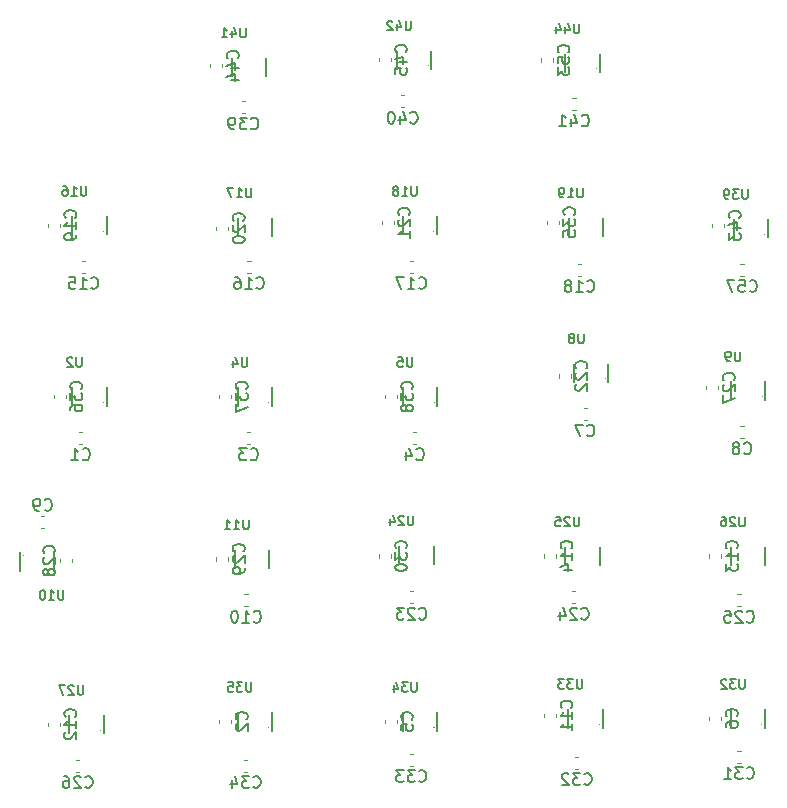
<source format=gbr>
%TF.GenerationSoftware,KiCad,Pcbnew,7.0.9*%
%TF.CreationDate,2024-09-03T11:05:06+09:00*%
%TF.ProjectId,_________,d5eac3af-adfc-4dcf-9cc9-2e6b69636164,rev?*%
%TF.SameCoordinates,Original*%
%TF.FileFunction,Legend,Bot*%
%TF.FilePolarity,Positive*%
%FSLAX46Y46*%
G04 Gerber Fmt 4.6, Leading zero omitted, Abs format (unit mm)*
G04 Created by KiCad (PCBNEW 7.0.9) date 2024-09-03 11:05:06*
%MOMM*%
%LPD*%
G01*
G04 APERTURE LIST*
%ADD10C,0.150000*%
%ADD11C,0.152400*%
%ADD12C,0.100000*%
%ADD13C,0.120000*%
G04 APERTURE END LIST*
D10*
X104179527Y-87891895D02*
X104179527Y-88539514D01*
X104179527Y-88539514D02*
X104141432Y-88615704D01*
X104141432Y-88615704D02*
X104103337Y-88653800D01*
X104103337Y-88653800D02*
X104027146Y-88691895D01*
X104027146Y-88691895D02*
X103874765Y-88691895D01*
X103874765Y-88691895D02*
X103798575Y-88653800D01*
X103798575Y-88653800D02*
X103760480Y-88615704D01*
X103760480Y-88615704D02*
X103722384Y-88539514D01*
X103722384Y-88539514D02*
X103722384Y-87891895D01*
X102922385Y-88691895D02*
X103379528Y-88691895D01*
X103150956Y-88691895D02*
X103150956Y-87891895D01*
X103150956Y-87891895D02*
X103227147Y-88006180D01*
X103227147Y-88006180D02*
X103303337Y-88082371D01*
X103303337Y-88082371D02*
X103379528Y-88120466D01*
X102236670Y-87891895D02*
X102389051Y-87891895D01*
X102389051Y-87891895D02*
X102465242Y-87929990D01*
X102465242Y-87929990D02*
X102503337Y-87968085D01*
X102503337Y-87968085D02*
X102579527Y-88082371D01*
X102579527Y-88082371D02*
X102617623Y-88234752D01*
X102617623Y-88234752D02*
X102617623Y-88539514D01*
X102617623Y-88539514D02*
X102579527Y-88615704D01*
X102579527Y-88615704D02*
X102541432Y-88653800D01*
X102541432Y-88653800D02*
X102465242Y-88691895D01*
X102465242Y-88691895D02*
X102312861Y-88691895D01*
X102312861Y-88691895D02*
X102236670Y-88653800D01*
X102236670Y-88653800D02*
X102198575Y-88615704D01*
X102198575Y-88615704D02*
X102160480Y-88539514D01*
X102160480Y-88539514D02*
X102160480Y-88349038D01*
X102160480Y-88349038D02*
X102198575Y-88272847D01*
X102198575Y-88272847D02*
X102236670Y-88234752D01*
X102236670Y-88234752D02*
X102312861Y-88196657D01*
X102312861Y-88196657D02*
X102465242Y-88196657D01*
X102465242Y-88196657D02*
X102541432Y-88234752D01*
X102541432Y-88234752D02*
X102579527Y-88272847D01*
X102579527Y-88272847D02*
X102617623Y-88349038D01*
X159248632Y-118557142D02*
X159296252Y-118509523D01*
X159296252Y-118509523D02*
X159343871Y-118366666D01*
X159343871Y-118366666D02*
X159343871Y-118271428D01*
X159343871Y-118271428D02*
X159296252Y-118128571D01*
X159296252Y-118128571D02*
X159201013Y-118033333D01*
X159201013Y-118033333D02*
X159105775Y-117985714D01*
X159105775Y-117985714D02*
X158915299Y-117938095D01*
X158915299Y-117938095D02*
X158772442Y-117938095D01*
X158772442Y-117938095D02*
X158581966Y-117985714D01*
X158581966Y-117985714D02*
X158486728Y-118033333D01*
X158486728Y-118033333D02*
X158391490Y-118128571D01*
X158391490Y-118128571D02*
X158343871Y-118271428D01*
X158343871Y-118271428D02*
X158343871Y-118366666D01*
X158343871Y-118366666D02*
X158391490Y-118509523D01*
X158391490Y-118509523D02*
X158439109Y-118557142D01*
X159343871Y-119509523D02*
X159343871Y-118938095D01*
X159343871Y-119223809D02*
X158343871Y-119223809D01*
X158343871Y-119223809D02*
X158486728Y-119128571D01*
X158486728Y-119128571D02*
X158581966Y-119033333D01*
X158581966Y-119033333D02*
X158629585Y-118938095D01*
X158343871Y-119842857D02*
X158343871Y-120461904D01*
X158343871Y-120461904D02*
X158724823Y-120128571D01*
X158724823Y-120128571D02*
X158724823Y-120271428D01*
X158724823Y-120271428D02*
X158772442Y-120366666D01*
X158772442Y-120366666D02*
X158820061Y-120414285D01*
X158820061Y-120414285D02*
X158915299Y-120461904D01*
X158915299Y-120461904D02*
X159153394Y-120461904D01*
X159153394Y-120461904D02*
X159248632Y-120414285D01*
X159248632Y-120414285D02*
X159296252Y-120366666D01*
X159296252Y-120366666D02*
X159343871Y-120271428D01*
X159343871Y-120271428D02*
X159343871Y-119985714D01*
X159343871Y-119985714D02*
X159296252Y-119890476D01*
X159296252Y-119890476D02*
X159248632Y-119842857D01*
X160351909Y-96739580D02*
X160399528Y-96787200D01*
X160399528Y-96787200D02*
X160542385Y-96834819D01*
X160542385Y-96834819D02*
X160637623Y-96834819D01*
X160637623Y-96834819D02*
X160780480Y-96787200D01*
X160780480Y-96787200D02*
X160875718Y-96691961D01*
X160875718Y-96691961D02*
X160923337Y-96596723D01*
X160923337Y-96596723D02*
X160970956Y-96406247D01*
X160970956Y-96406247D02*
X160970956Y-96263390D01*
X160970956Y-96263390D02*
X160923337Y-96072914D01*
X160923337Y-96072914D02*
X160875718Y-95977676D01*
X160875718Y-95977676D02*
X160780480Y-95882438D01*
X160780480Y-95882438D02*
X160637623Y-95834819D01*
X160637623Y-95834819D02*
X160542385Y-95834819D01*
X160542385Y-95834819D02*
X160399528Y-95882438D01*
X160399528Y-95882438D02*
X160351909Y-95930057D01*
X159447147Y-95834819D02*
X159923337Y-95834819D01*
X159923337Y-95834819D02*
X159970956Y-96311009D01*
X159970956Y-96311009D02*
X159923337Y-96263390D01*
X159923337Y-96263390D02*
X159828099Y-96215771D01*
X159828099Y-96215771D02*
X159590004Y-96215771D01*
X159590004Y-96215771D02*
X159494766Y-96263390D01*
X159494766Y-96263390D02*
X159447147Y-96311009D01*
X159447147Y-96311009D02*
X159399528Y-96406247D01*
X159399528Y-96406247D02*
X159399528Y-96644342D01*
X159399528Y-96644342D02*
X159447147Y-96739580D01*
X159447147Y-96739580D02*
X159494766Y-96787200D01*
X159494766Y-96787200D02*
X159590004Y-96834819D01*
X159590004Y-96834819D02*
X159828099Y-96834819D01*
X159828099Y-96834819D02*
X159923337Y-96787200D01*
X159923337Y-96787200D02*
X159970956Y-96739580D01*
X159066194Y-95834819D02*
X158399528Y-95834819D01*
X158399528Y-95834819D02*
X158828099Y-96834819D01*
X132150718Y-110989580D02*
X132198337Y-111037200D01*
X132198337Y-111037200D02*
X132341194Y-111084819D01*
X132341194Y-111084819D02*
X132436432Y-111084819D01*
X132436432Y-111084819D02*
X132579289Y-111037200D01*
X132579289Y-111037200D02*
X132674527Y-110941961D01*
X132674527Y-110941961D02*
X132722146Y-110846723D01*
X132722146Y-110846723D02*
X132769765Y-110656247D01*
X132769765Y-110656247D02*
X132769765Y-110513390D01*
X132769765Y-110513390D02*
X132722146Y-110322914D01*
X132722146Y-110322914D02*
X132674527Y-110227676D01*
X132674527Y-110227676D02*
X132579289Y-110132438D01*
X132579289Y-110132438D02*
X132436432Y-110084819D01*
X132436432Y-110084819D02*
X132341194Y-110084819D01*
X132341194Y-110084819D02*
X132198337Y-110132438D01*
X132198337Y-110132438D02*
X132150718Y-110180057D01*
X131293575Y-110418152D02*
X131293575Y-111084819D01*
X131531670Y-110037200D02*
X131769765Y-110751485D01*
X131769765Y-110751485D02*
X131150718Y-110751485D01*
X104101909Y-138739580D02*
X104149528Y-138787200D01*
X104149528Y-138787200D02*
X104292385Y-138834819D01*
X104292385Y-138834819D02*
X104387623Y-138834819D01*
X104387623Y-138834819D02*
X104530480Y-138787200D01*
X104530480Y-138787200D02*
X104625718Y-138691961D01*
X104625718Y-138691961D02*
X104673337Y-138596723D01*
X104673337Y-138596723D02*
X104720956Y-138406247D01*
X104720956Y-138406247D02*
X104720956Y-138263390D01*
X104720956Y-138263390D02*
X104673337Y-138072914D01*
X104673337Y-138072914D02*
X104625718Y-137977676D01*
X104625718Y-137977676D02*
X104530480Y-137882438D01*
X104530480Y-137882438D02*
X104387623Y-137834819D01*
X104387623Y-137834819D02*
X104292385Y-137834819D01*
X104292385Y-137834819D02*
X104149528Y-137882438D01*
X104149528Y-137882438D02*
X104101909Y-137930057D01*
X103720956Y-137930057D02*
X103673337Y-137882438D01*
X103673337Y-137882438D02*
X103578099Y-137834819D01*
X103578099Y-137834819D02*
X103340004Y-137834819D01*
X103340004Y-137834819D02*
X103244766Y-137882438D01*
X103244766Y-137882438D02*
X103197147Y-137930057D01*
X103197147Y-137930057D02*
X103149528Y-138025295D01*
X103149528Y-138025295D02*
X103149528Y-138120533D01*
X103149528Y-138120533D02*
X103197147Y-138263390D01*
X103197147Y-138263390D02*
X103768575Y-138834819D01*
X103768575Y-138834819D02*
X103149528Y-138834819D01*
X102292385Y-137834819D02*
X102482861Y-137834819D01*
X102482861Y-137834819D02*
X102578099Y-137882438D01*
X102578099Y-137882438D02*
X102625718Y-137930057D01*
X102625718Y-137930057D02*
X102720956Y-138072914D01*
X102720956Y-138072914D02*
X102768575Y-138263390D01*
X102768575Y-138263390D02*
X102768575Y-138644342D01*
X102768575Y-138644342D02*
X102720956Y-138739580D01*
X102720956Y-138739580D02*
X102673337Y-138787200D01*
X102673337Y-138787200D02*
X102578099Y-138834819D01*
X102578099Y-138834819D02*
X102387623Y-138834819D01*
X102387623Y-138834819D02*
X102292385Y-138787200D01*
X102292385Y-138787200D02*
X102244766Y-138739580D01*
X102244766Y-138739580D02*
X102197147Y-138644342D01*
X102197147Y-138644342D02*
X102197147Y-138406247D01*
X102197147Y-138406247D02*
X102244766Y-138311009D01*
X102244766Y-138311009D02*
X102292385Y-138263390D01*
X102292385Y-138263390D02*
X102387623Y-138215771D01*
X102387623Y-138215771D02*
X102578099Y-138215771D01*
X102578099Y-138215771D02*
X102673337Y-138263390D01*
X102673337Y-138263390D02*
X102720956Y-138311009D01*
X102720956Y-138311009D02*
X102768575Y-138406247D01*
X145929527Y-74141895D02*
X145929527Y-74789514D01*
X145929527Y-74789514D02*
X145891432Y-74865704D01*
X145891432Y-74865704D02*
X145853337Y-74903800D01*
X145853337Y-74903800D02*
X145777146Y-74941895D01*
X145777146Y-74941895D02*
X145624765Y-74941895D01*
X145624765Y-74941895D02*
X145548575Y-74903800D01*
X145548575Y-74903800D02*
X145510480Y-74865704D01*
X145510480Y-74865704D02*
X145472384Y-74789514D01*
X145472384Y-74789514D02*
X145472384Y-74141895D01*
X144748575Y-74408561D02*
X144748575Y-74941895D01*
X144939051Y-74103800D02*
X145129528Y-74675228D01*
X145129528Y-74675228D02*
X144634289Y-74675228D01*
X143986670Y-74408561D02*
X143986670Y-74941895D01*
X144177146Y-74103800D02*
X144367623Y-74675228D01*
X144367623Y-74675228D02*
X143872384Y-74675228D01*
X102260475Y-122086695D02*
X102260475Y-122734314D01*
X102260475Y-122734314D02*
X102222380Y-122810504D01*
X102222380Y-122810504D02*
X102184285Y-122848600D01*
X102184285Y-122848600D02*
X102108094Y-122886695D01*
X102108094Y-122886695D02*
X101955713Y-122886695D01*
X101955713Y-122886695D02*
X101879523Y-122848600D01*
X101879523Y-122848600D02*
X101841428Y-122810504D01*
X101841428Y-122810504D02*
X101803332Y-122734314D01*
X101803332Y-122734314D02*
X101803332Y-122086695D01*
X101003333Y-122886695D02*
X101460476Y-122886695D01*
X101231904Y-122886695D02*
X101231904Y-122086695D01*
X101231904Y-122086695D02*
X101308095Y-122200980D01*
X101308095Y-122200980D02*
X101384285Y-122277171D01*
X101384285Y-122277171D02*
X101460476Y-122315266D01*
X100508094Y-122086695D02*
X100431904Y-122086695D01*
X100431904Y-122086695D02*
X100355713Y-122124790D01*
X100355713Y-122124790D02*
X100317618Y-122162885D01*
X100317618Y-122162885D02*
X100279523Y-122239076D01*
X100279523Y-122239076D02*
X100241428Y-122391457D01*
X100241428Y-122391457D02*
X100241428Y-122581933D01*
X100241428Y-122581933D02*
X100279523Y-122734314D01*
X100279523Y-122734314D02*
X100317618Y-122810504D01*
X100317618Y-122810504D02*
X100355713Y-122848600D01*
X100355713Y-122848600D02*
X100431904Y-122886695D01*
X100431904Y-122886695D02*
X100508094Y-122886695D01*
X100508094Y-122886695D02*
X100584285Y-122848600D01*
X100584285Y-122848600D02*
X100622380Y-122810504D01*
X100622380Y-122810504D02*
X100660475Y-122734314D01*
X100660475Y-122734314D02*
X100698571Y-122581933D01*
X100698571Y-122581933D02*
X100698571Y-122391457D01*
X100698571Y-122391457D02*
X100660475Y-122239076D01*
X100660475Y-122239076D02*
X100622380Y-122162885D01*
X100622380Y-122162885D02*
X100584285Y-122124790D01*
X100584285Y-122124790D02*
X100508094Y-122086695D01*
X146351909Y-138489580D02*
X146399528Y-138537200D01*
X146399528Y-138537200D02*
X146542385Y-138584819D01*
X146542385Y-138584819D02*
X146637623Y-138584819D01*
X146637623Y-138584819D02*
X146780480Y-138537200D01*
X146780480Y-138537200D02*
X146875718Y-138441961D01*
X146875718Y-138441961D02*
X146923337Y-138346723D01*
X146923337Y-138346723D02*
X146970956Y-138156247D01*
X146970956Y-138156247D02*
X146970956Y-138013390D01*
X146970956Y-138013390D02*
X146923337Y-137822914D01*
X146923337Y-137822914D02*
X146875718Y-137727676D01*
X146875718Y-137727676D02*
X146780480Y-137632438D01*
X146780480Y-137632438D02*
X146637623Y-137584819D01*
X146637623Y-137584819D02*
X146542385Y-137584819D01*
X146542385Y-137584819D02*
X146399528Y-137632438D01*
X146399528Y-137632438D02*
X146351909Y-137680057D01*
X146018575Y-137584819D02*
X145399528Y-137584819D01*
X145399528Y-137584819D02*
X145732861Y-137965771D01*
X145732861Y-137965771D02*
X145590004Y-137965771D01*
X145590004Y-137965771D02*
X145494766Y-138013390D01*
X145494766Y-138013390D02*
X145447147Y-138061009D01*
X145447147Y-138061009D02*
X145399528Y-138156247D01*
X145399528Y-138156247D02*
X145399528Y-138394342D01*
X145399528Y-138394342D02*
X145447147Y-138489580D01*
X145447147Y-138489580D02*
X145494766Y-138537200D01*
X145494766Y-138537200D02*
X145590004Y-138584819D01*
X145590004Y-138584819D02*
X145875718Y-138584819D01*
X145875718Y-138584819D02*
X145970956Y-138537200D01*
X145970956Y-138537200D02*
X146018575Y-138489580D01*
X145018575Y-137680057D02*
X144970956Y-137632438D01*
X144970956Y-137632438D02*
X144875718Y-137584819D01*
X144875718Y-137584819D02*
X144637623Y-137584819D01*
X144637623Y-137584819D02*
X144542385Y-137632438D01*
X144542385Y-137632438D02*
X144494766Y-137680057D01*
X144494766Y-137680057D02*
X144447147Y-137775295D01*
X144447147Y-137775295D02*
X144447147Y-137870533D01*
X144447147Y-137870533D02*
X144494766Y-138013390D01*
X144494766Y-138013390D02*
X145066194Y-138584819D01*
X145066194Y-138584819D02*
X144447147Y-138584819D01*
X160179527Y-88141895D02*
X160179527Y-88789514D01*
X160179527Y-88789514D02*
X160141432Y-88865704D01*
X160141432Y-88865704D02*
X160103337Y-88903800D01*
X160103337Y-88903800D02*
X160027146Y-88941895D01*
X160027146Y-88941895D02*
X159874765Y-88941895D01*
X159874765Y-88941895D02*
X159798575Y-88903800D01*
X159798575Y-88903800D02*
X159760480Y-88865704D01*
X159760480Y-88865704D02*
X159722384Y-88789514D01*
X159722384Y-88789514D02*
X159722384Y-88141895D01*
X159417623Y-88141895D02*
X158922385Y-88141895D01*
X158922385Y-88141895D02*
X159189051Y-88446657D01*
X159189051Y-88446657D02*
X159074766Y-88446657D01*
X159074766Y-88446657D02*
X158998575Y-88484752D01*
X158998575Y-88484752D02*
X158960480Y-88522847D01*
X158960480Y-88522847D02*
X158922385Y-88599038D01*
X158922385Y-88599038D02*
X158922385Y-88789514D01*
X158922385Y-88789514D02*
X158960480Y-88865704D01*
X158960480Y-88865704D02*
X158998575Y-88903800D01*
X158998575Y-88903800D02*
X159074766Y-88941895D01*
X159074766Y-88941895D02*
X159303337Y-88941895D01*
X159303337Y-88941895D02*
X159379528Y-88903800D01*
X159379528Y-88903800D02*
X159417623Y-88865704D01*
X158541432Y-88941895D02*
X158389051Y-88941895D01*
X158389051Y-88941895D02*
X158312861Y-88903800D01*
X158312861Y-88903800D02*
X158274765Y-88865704D01*
X158274765Y-88865704D02*
X158198575Y-88751419D01*
X158198575Y-88751419D02*
X158160480Y-88599038D01*
X158160480Y-88599038D02*
X158160480Y-88294276D01*
X158160480Y-88294276D02*
X158198575Y-88218085D01*
X158198575Y-88218085D02*
X158236670Y-88179990D01*
X158236670Y-88179990D02*
X158312861Y-88141895D01*
X158312861Y-88141895D02*
X158465242Y-88141895D01*
X158465242Y-88141895D02*
X158541432Y-88179990D01*
X158541432Y-88179990D02*
X158579527Y-88218085D01*
X158579527Y-88218085D02*
X158617623Y-88294276D01*
X158617623Y-88294276D02*
X158617623Y-88484752D01*
X158617623Y-88484752D02*
X158579527Y-88560942D01*
X158579527Y-88560942D02*
X158541432Y-88599038D01*
X158541432Y-88599038D02*
X158465242Y-88637133D01*
X158465242Y-88637133D02*
X158312861Y-88637133D01*
X158312861Y-88637133D02*
X158236670Y-88599038D01*
X158236670Y-88599038D02*
X158198575Y-88560942D01*
X158198575Y-88560942D02*
X158160480Y-88484752D01*
X103929527Y-130141895D02*
X103929527Y-130789514D01*
X103929527Y-130789514D02*
X103891432Y-130865704D01*
X103891432Y-130865704D02*
X103853337Y-130903800D01*
X103853337Y-130903800D02*
X103777146Y-130941895D01*
X103777146Y-130941895D02*
X103624765Y-130941895D01*
X103624765Y-130941895D02*
X103548575Y-130903800D01*
X103548575Y-130903800D02*
X103510480Y-130865704D01*
X103510480Y-130865704D02*
X103472384Y-130789514D01*
X103472384Y-130789514D02*
X103472384Y-130141895D01*
X103129528Y-130218085D02*
X103091432Y-130179990D01*
X103091432Y-130179990D02*
X103015242Y-130141895D01*
X103015242Y-130141895D02*
X102824766Y-130141895D01*
X102824766Y-130141895D02*
X102748575Y-130179990D01*
X102748575Y-130179990D02*
X102710480Y-130218085D01*
X102710480Y-130218085D02*
X102672385Y-130294276D01*
X102672385Y-130294276D02*
X102672385Y-130370466D01*
X102672385Y-130370466D02*
X102710480Y-130484752D01*
X102710480Y-130484752D02*
X103167623Y-130941895D01*
X103167623Y-130941895D02*
X102672385Y-130941895D01*
X102405718Y-130141895D02*
X101872384Y-130141895D01*
X101872384Y-130141895D02*
X102215242Y-130941895D01*
X117798575Y-102391895D02*
X117798575Y-103039514D01*
X117798575Y-103039514D02*
X117760480Y-103115704D01*
X117760480Y-103115704D02*
X117722385Y-103153800D01*
X117722385Y-103153800D02*
X117646194Y-103191895D01*
X117646194Y-103191895D02*
X117493813Y-103191895D01*
X117493813Y-103191895D02*
X117417623Y-103153800D01*
X117417623Y-103153800D02*
X117379528Y-103115704D01*
X117379528Y-103115704D02*
X117341432Y-103039514D01*
X117341432Y-103039514D02*
X117341432Y-102391895D01*
X116617623Y-102658561D02*
X116617623Y-103191895D01*
X116808099Y-102353800D02*
X116998576Y-102925228D01*
X116998576Y-102925228D02*
X116503337Y-102925228D01*
X117748632Y-105057142D02*
X117796252Y-105009523D01*
X117796252Y-105009523D02*
X117843871Y-104866666D01*
X117843871Y-104866666D02*
X117843871Y-104771428D01*
X117843871Y-104771428D02*
X117796252Y-104628571D01*
X117796252Y-104628571D02*
X117701013Y-104533333D01*
X117701013Y-104533333D02*
X117605775Y-104485714D01*
X117605775Y-104485714D02*
X117415299Y-104438095D01*
X117415299Y-104438095D02*
X117272442Y-104438095D01*
X117272442Y-104438095D02*
X117081966Y-104485714D01*
X117081966Y-104485714D02*
X116986728Y-104533333D01*
X116986728Y-104533333D02*
X116891490Y-104628571D01*
X116891490Y-104628571D02*
X116843871Y-104771428D01*
X116843871Y-104771428D02*
X116843871Y-104866666D01*
X116843871Y-104866666D02*
X116891490Y-105009523D01*
X116891490Y-105009523D02*
X116939109Y-105057142D01*
X116843871Y-105390476D02*
X116843871Y-106009523D01*
X116843871Y-106009523D02*
X117224823Y-105676190D01*
X117224823Y-105676190D02*
X117224823Y-105819047D01*
X117224823Y-105819047D02*
X117272442Y-105914285D01*
X117272442Y-105914285D02*
X117320061Y-105961904D01*
X117320061Y-105961904D02*
X117415299Y-106009523D01*
X117415299Y-106009523D02*
X117653394Y-106009523D01*
X117653394Y-106009523D02*
X117748632Y-105961904D01*
X117748632Y-105961904D02*
X117796252Y-105914285D01*
X117796252Y-105914285D02*
X117843871Y-105819047D01*
X117843871Y-105819047D02*
X117843871Y-105533333D01*
X117843871Y-105533333D02*
X117796252Y-105438095D01*
X117796252Y-105438095D02*
X117748632Y-105390476D01*
X116843871Y-106342857D02*
X116843871Y-107009523D01*
X116843871Y-107009523D02*
X117843871Y-106580952D01*
X131748632Y-133058333D02*
X131796252Y-133010714D01*
X131796252Y-133010714D02*
X131843871Y-132867857D01*
X131843871Y-132867857D02*
X131843871Y-132772619D01*
X131843871Y-132772619D02*
X131796252Y-132629762D01*
X131796252Y-132629762D02*
X131701013Y-132534524D01*
X131701013Y-132534524D02*
X131605775Y-132486905D01*
X131605775Y-132486905D02*
X131415299Y-132439286D01*
X131415299Y-132439286D02*
X131272442Y-132439286D01*
X131272442Y-132439286D02*
X131081966Y-132486905D01*
X131081966Y-132486905D02*
X130986728Y-132534524D01*
X130986728Y-132534524D02*
X130891490Y-132629762D01*
X130891490Y-132629762D02*
X130843871Y-132772619D01*
X130843871Y-132772619D02*
X130843871Y-132867857D01*
X130843871Y-132867857D02*
X130891490Y-133010714D01*
X130891490Y-133010714D02*
X130939109Y-133058333D01*
X130843871Y-133963095D02*
X130843871Y-133486905D01*
X130843871Y-133486905D02*
X131320061Y-133439286D01*
X131320061Y-133439286D02*
X131272442Y-133486905D01*
X131272442Y-133486905D02*
X131224823Y-133582143D01*
X131224823Y-133582143D02*
X131224823Y-133820238D01*
X131224823Y-133820238D02*
X131272442Y-133915476D01*
X131272442Y-133915476D02*
X131320061Y-133963095D01*
X131320061Y-133963095D02*
X131415299Y-134010714D01*
X131415299Y-134010714D02*
X131653394Y-134010714D01*
X131653394Y-134010714D02*
X131748632Y-133963095D01*
X131748632Y-133963095D02*
X131796252Y-133915476D01*
X131796252Y-133915476D02*
X131843871Y-133820238D01*
X131843871Y-133820238D02*
X131843871Y-133582143D01*
X131843871Y-133582143D02*
X131796252Y-133486905D01*
X131796252Y-133486905D02*
X131748632Y-133439286D01*
X146601909Y-96739580D02*
X146649528Y-96787200D01*
X146649528Y-96787200D02*
X146792385Y-96834819D01*
X146792385Y-96834819D02*
X146887623Y-96834819D01*
X146887623Y-96834819D02*
X147030480Y-96787200D01*
X147030480Y-96787200D02*
X147125718Y-96691961D01*
X147125718Y-96691961D02*
X147173337Y-96596723D01*
X147173337Y-96596723D02*
X147220956Y-96406247D01*
X147220956Y-96406247D02*
X147220956Y-96263390D01*
X147220956Y-96263390D02*
X147173337Y-96072914D01*
X147173337Y-96072914D02*
X147125718Y-95977676D01*
X147125718Y-95977676D02*
X147030480Y-95882438D01*
X147030480Y-95882438D02*
X146887623Y-95834819D01*
X146887623Y-95834819D02*
X146792385Y-95834819D01*
X146792385Y-95834819D02*
X146649528Y-95882438D01*
X146649528Y-95882438D02*
X146601909Y-95930057D01*
X145649528Y-96834819D02*
X146220956Y-96834819D01*
X145935242Y-96834819D02*
X145935242Y-95834819D01*
X145935242Y-95834819D02*
X146030480Y-95977676D01*
X146030480Y-95977676D02*
X146125718Y-96072914D01*
X146125718Y-96072914D02*
X146220956Y-96120533D01*
X145078099Y-96263390D02*
X145173337Y-96215771D01*
X145173337Y-96215771D02*
X145220956Y-96168152D01*
X145220956Y-96168152D02*
X145268575Y-96072914D01*
X145268575Y-96072914D02*
X145268575Y-96025295D01*
X145268575Y-96025295D02*
X145220956Y-95930057D01*
X145220956Y-95930057D02*
X145173337Y-95882438D01*
X145173337Y-95882438D02*
X145078099Y-95834819D01*
X145078099Y-95834819D02*
X144887623Y-95834819D01*
X144887623Y-95834819D02*
X144792385Y-95882438D01*
X144792385Y-95882438D02*
X144744766Y-95930057D01*
X144744766Y-95930057D02*
X144697147Y-96025295D01*
X144697147Y-96025295D02*
X144697147Y-96072914D01*
X144697147Y-96072914D02*
X144744766Y-96168152D01*
X144744766Y-96168152D02*
X144792385Y-96215771D01*
X144792385Y-96215771D02*
X144887623Y-96263390D01*
X144887623Y-96263390D02*
X145078099Y-96263390D01*
X145078099Y-96263390D02*
X145173337Y-96311009D01*
X145173337Y-96311009D02*
X145220956Y-96358628D01*
X145220956Y-96358628D02*
X145268575Y-96453866D01*
X145268575Y-96453866D02*
X145268575Y-96644342D01*
X145268575Y-96644342D02*
X145220956Y-96739580D01*
X145220956Y-96739580D02*
X145173337Y-96787200D01*
X145173337Y-96787200D02*
X145078099Y-96834819D01*
X145078099Y-96834819D02*
X144887623Y-96834819D01*
X144887623Y-96834819D02*
X144792385Y-96787200D01*
X144792385Y-96787200D02*
X144744766Y-96739580D01*
X144744766Y-96739580D02*
X144697147Y-96644342D01*
X144697147Y-96644342D02*
X144697147Y-96453866D01*
X144697147Y-96453866D02*
X144744766Y-96358628D01*
X144744766Y-96358628D02*
X144792385Y-96311009D01*
X144792385Y-96311009D02*
X144887623Y-96263390D01*
X146179527Y-129641895D02*
X146179527Y-130289514D01*
X146179527Y-130289514D02*
X146141432Y-130365704D01*
X146141432Y-130365704D02*
X146103337Y-130403800D01*
X146103337Y-130403800D02*
X146027146Y-130441895D01*
X146027146Y-130441895D02*
X145874765Y-130441895D01*
X145874765Y-130441895D02*
X145798575Y-130403800D01*
X145798575Y-130403800D02*
X145760480Y-130365704D01*
X145760480Y-130365704D02*
X145722384Y-130289514D01*
X145722384Y-130289514D02*
X145722384Y-129641895D01*
X145417623Y-129641895D02*
X144922385Y-129641895D01*
X144922385Y-129641895D02*
X145189051Y-129946657D01*
X145189051Y-129946657D02*
X145074766Y-129946657D01*
X145074766Y-129946657D02*
X144998575Y-129984752D01*
X144998575Y-129984752D02*
X144960480Y-130022847D01*
X144960480Y-130022847D02*
X144922385Y-130099038D01*
X144922385Y-130099038D02*
X144922385Y-130289514D01*
X144922385Y-130289514D02*
X144960480Y-130365704D01*
X144960480Y-130365704D02*
X144998575Y-130403800D01*
X144998575Y-130403800D02*
X145074766Y-130441895D01*
X145074766Y-130441895D02*
X145303337Y-130441895D01*
X145303337Y-130441895D02*
X145379528Y-130403800D01*
X145379528Y-130403800D02*
X145417623Y-130365704D01*
X144655718Y-129641895D02*
X144160480Y-129641895D01*
X144160480Y-129641895D02*
X144427146Y-129946657D01*
X144427146Y-129946657D02*
X144312861Y-129946657D01*
X144312861Y-129946657D02*
X144236670Y-129984752D01*
X144236670Y-129984752D02*
X144198575Y-130022847D01*
X144198575Y-130022847D02*
X144160480Y-130099038D01*
X144160480Y-130099038D02*
X144160480Y-130289514D01*
X144160480Y-130289514D02*
X144198575Y-130365704D01*
X144198575Y-130365704D02*
X144236670Y-130403800D01*
X144236670Y-130403800D02*
X144312861Y-130441895D01*
X144312861Y-130441895D02*
X144541432Y-130441895D01*
X144541432Y-130441895D02*
X144617623Y-130403800D01*
X144617623Y-130403800D02*
X144655718Y-130365704D01*
X117679527Y-74487895D02*
X117679527Y-75135514D01*
X117679527Y-75135514D02*
X117641432Y-75211704D01*
X117641432Y-75211704D02*
X117603337Y-75249800D01*
X117603337Y-75249800D02*
X117527146Y-75287895D01*
X117527146Y-75287895D02*
X117374765Y-75287895D01*
X117374765Y-75287895D02*
X117298575Y-75249800D01*
X117298575Y-75249800D02*
X117260480Y-75211704D01*
X117260480Y-75211704D02*
X117222384Y-75135514D01*
X117222384Y-75135514D02*
X117222384Y-74487895D01*
X116498575Y-74754561D02*
X116498575Y-75287895D01*
X116689051Y-74449800D02*
X116879528Y-75021228D01*
X116879528Y-75021228D02*
X116384289Y-75021228D01*
X115660480Y-75287895D02*
X116117623Y-75287895D01*
X115889051Y-75287895D02*
X115889051Y-74487895D01*
X115889051Y-74487895D02*
X115965242Y-74602180D01*
X115965242Y-74602180D02*
X116041432Y-74678371D01*
X116041432Y-74678371D02*
X116117623Y-74716466D01*
X159248632Y-132783333D02*
X159296252Y-132735714D01*
X159296252Y-132735714D02*
X159343871Y-132592857D01*
X159343871Y-132592857D02*
X159343871Y-132497619D01*
X159343871Y-132497619D02*
X159296252Y-132354762D01*
X159296252Y-132354762D02*
X159201013Y-132259524D01*
X159201013Y-132259524D02*
X159105775Y-132211905D01*
X159105775Y-132211905D02*
X158915299Y-132164286D01*
X158915299Y-132164286D02*
X158772442Y-132164286D01*
X158772442Y-132164286D02*
X158581966Y-132211905D01*
X158581966Y-132211905D02*
X158486728Y-132259524D01*
X158486728Y-132259524D02*
X158391490Y-132354762D01*
X158391490Y-132354762D02*
X158343871Y-132497619D01*
X158343871Y-132497619D02*
X158343871Y-132592857D01*
X158343871Y-132592857D02*
X158391490Y-132735714D01*
X158391490Y-132735714D02*
X158439109Y-132783333D01*
X158343871Y-133640476D02*
X158343871Y-133450000D01*
X158343871Y-133450000D02*
X158391490Y-133354762D01*
X158391490Y-133354762D02*
X158439109Y-133307143D01*
X158439109Y-133307143D02*
X158581966Y-133211905D01*
X158581966Y-133211905D02*
X158772442Y-133164286D01*
X158772442Y-133164286D02*
X159153394Y-133164286D01*
X159153394Y-133164286D02*
X159248632Y-133211905D01*
X159248632Y-133211905D02*
X159296252Y-133259524D01*
X159296252Y-133259524D02*
X159343871Y-133354762D01*
X159343871Y-133354762D02*
X159343871Y-133545238D01*
X159343871Y-133545238D02*
X159296252Y-133640476D01*
X159296252Y-133640476D02*
X159248632Y-133688095D01*
X159248632Y-133688095D02*
X159153394Y-133735714D01*
X159153394Y-133735714D02*
X158915299Y-133735714D01*
X158915299Y-133735714D02*
X158820061Y-133688095D01*
X158820061Y-133688095D02*
X158772442Y-133640476D01*
X158772442Y-133640476D02*
X158724823Y-133545238D01*
X158724823Y-133545238D02*
X158724823Y-133354762D01*
X158724823Y-133354762D02*
X158772442Y-133259524D01*
X158772442Y-133259524D02*
X158820061Y-133211905D01*
X158820061Y-133211905D02*
X158915299Y-133164286D01*
X160101909Y-124739580D02*
X160149528Y-124787200D01*
X160149528Y-124787200D02*
X160292385Y-124834819D01*
X160292385Y-124834819D02*
X160387623Y-124834819D01*
X160387623Y-124834819D02*
X160530480Y-124787200D01*
X160530480Y-124787200D02*
X160625718Y-124691961D01*
X160625718Y-124691961D02*
X160673337Y-124596723D01*
X160673337Y-124596723D02*
X160720956Y-124406247D01*
X160720956Y-124406247D02*
X160720956Y-124263390D01*
X160720956Y-124263390D02*
X160673337Y-124072914D01*
X160673337Y-124072914D02*
X160625718Y-123977676D01*
X160625718Y-123977676D02*
X160530480Y-123882438D01*
X160530480Y-123882438D02*
X160387623Y-123834819D01*
X160387623Y-123834819D02*
X160292385Y-123834819D01*
X160292385Y-123834819D02*
X160149528Y-123882438D01*
X160149528Y-123882438D02*
X160101909Y-123930057D01*
X159720956Y-123930057D02*
X159673337Y-123882438D01*
X159673337Y-123882438D02*
X159578099Y-123834819D01*
X159578099Y-123834819D02*
X159340004Y-123834819D01*
X159340004Y-123834819D02*
X159244766Y-123882438D01*
X159244766Y-123882438D02*
X159197147Y-123930057D01*
X159197147Y-123930057D02*
X159149528Y-124025295D01*
X159149528Y-124025295D02*
X159149528Y-124120533D01*
X159149528Y-124120533D02*
X159197147Y-124263390D01*
X159197147Y-124263390D02*
X159768575Y-124834819D01*
X159768575Y-124834819D02*
X159149528Y-124834819D01*
X158244766Y-123834819D02*
X158720956Y-123834819D01*
X158720956Y-123834819D02*
X158768575Y-124311009D01*
X158768575Y-124311009D02*
X158720956Y-124263390D01*
X158720956Y-124263390D02*
X158625718Y-124215771D01*
X158625718Y-124215771D02*
X158387623Y-124215771D01*
X158387623Y-124215771D02*
X158292385Y-124263390D01*
X158292385Y-124263390D02*
X158244766Y-124311009D01*
X158244766Y-124311009D02*
X158197147Y-124406247D01*
X158197147Y-124406247D02*
X158197147Y-124644342D01*
X158197147Y-124644342D02*
X158244766Y-124739580D01*
X158244766Y-124739580D02*
X158292385Y-124787200D01*
X158292385Y-124787200D02*
X158387623Y-124834819D01*
X158387623Y-124834819D02*
X158625718Y-124834819D01*
X158625718Y-124834819D02*
X158720956Y-124787200D01*
X158720956Y-124787200D02*
X158768575Y-124739580D01*
X103748632Y-105057142D02*
X103796252Y-105009523D01*
X103796252Y-105009523D02*
X103843871Y-104866666D01*
X103843871Y-104866666D02*
X103843871Y-104771428D01*
X103843871Y-104771428D02*
X103796252Y-104628571D01*
X103796252Y-104628571D02*
X103701013Y-104533333D01*
X103701013Y-104533333D02*
X103605775Y-104485714D01*
X103605775Y-104485714D02*
X103415299Y-104438095D01*
X103415299Y-104438095D02*
X103272442Y-104438095D01*
X103272442Y-104438095D02*
X103081966Y-104485714D01*
X103081966Y-104485714D02*
X102986728Y-104533333D01*
X102986728Y-104533333D02*
X102891490Y-104628571D01*
X102891490Y-104628571D02*
X102843871Y-104771428D01*
X102843871Y-104771428D02*
X102843871Y-104866666D01*
X102843871Y-104866666D02*
X102891490Y-105009523D01*
X102891490Y-105009523D02*
X102939109Y-105057142D01*
X102843871Y-105390476D02*
X102843871Y-106009523D01*
X102843871Y-106009523D02*
X103224823Y-105676190D01*
X103224823Y-105676190D02*
X103224823Y-105819047D01*
X103224823Y-105819047D02*
X103272442Y-105914285D01*
X103272442Y-105914285D02*
X103320061Y-105961904D01*
X103320061Y-105961904D02*
X103415299Y-106009523D01*
X103415299Y-106009523D02*
X103653394Y-106009523D01*
X103653394Y-106009523D02*
X103748632Y-105961904D01*
X103748632Y-105961904D02*
X103796252Y-105914285D01*
X103796252Y-105914285D02*
X103843871Y-105819047D01*
X103843871Y-105819047D02*
X103843871Y-105533333D01*
X103843871Y-105533333D02*
X103796252Y-105438095D01*
X103796252Y-105438095D02*
X103748632Y-105390476D01*
X102843871Y-106866666D02*
X102843871Y-106676190D01*
X102843871Y-106676190D02*
X102891490Y-106580952D01*
X102891490Y-106580952D02*
X102939109Y-106533333D01*
X102939109Y-106533333D02*
X103081966Y-106438095D01*
X103081966Y-106438095D02*
X103272442Y-106390476D01*
X103272442Y-106390476D02*
X103653394Y-106390476D01*
X103653394Y-106390476D02*
X103748632Y-106438095D01*
X103748632Y-106438095D02*
X103796252Y-106485714D01*
X103796252Y-106485714D02*
X103843871Y-106580952D01*
X103843871Y-106580952D02*
X103843871Y-106771428D01*
X103843871Y-106771428D02*
X103796252Y-106866666D01*
X103796252Y-106866666D02*
X103748632Y-106914285D01*
X103748632Y-106914285D02*
X103653394Y-106961904D01*
X103653394Y-106961904D02*
X103415299Y-106961904D01*
X103415299Y-106961904D02*
X103320061Y-106914285D01*
X103320061Y-106914285D02*
X103272442Y-106866666D01*
X103272442Y-106866666D02*
X103224823Y-106771428D01*
X103224823Y-106771428D02*
X103224823Y-106580952D01*
X103224823Y-106580952D02*
X103272442Y-106485714D01*
X103272442Y-106485714D02*
X103320061Y-106438095D01*
X103320061Y-106438095D02*
X103415299Y-106390476D01*
X145248632Y-132057142D02*
X145296252Y-132009523D01*
X145296252Y-132009523D02*
X145343871Y-131866666D01*
X145343871Y-131866666D02*
X145343871Y-131771428D01*
X145343871Y-131771428D02*
X145296252Y-131628571D01*
X145296252Y-131628571D02*
X145201013Y-131533333D01*
X145201013Y-131533333D02*
X145105775Y-131485714D01*
X145105775Y-131485714D02*
X144915299Y-131438095D01*
X144915299Y-131438095D02*
X144772442Y-131438095D01*
X144772442Y-131438095D02*
X144581966Y-131485714D01*
X144581966Y-131485714D02*
X144486728Y-131533333D01*
X144486728Y-131533333D02*
X144391490Y-131628571D01*
X144391490Y-131628571D02*
X144343871Y-131771428D01*
X144343871Y-131771428D02*
X144343871Y-131866666D01*
X144343871Y-131866666D02*
X144391490Y-132009523D01*
X144391490Y-132009523D02*
X144439109Y-132057142D01*
X145343871Y-133009523D02*
X145343871Y-132438095D01*
X145343871Y-132723809D02*
X144343871Y-132723809D01*
X144343871Y-132723809D02*
X144486728Y-132628571D01*
X144486728Y-132628571D02*
X144581966Y-132533333D01*
X144581966Y-132533333D02*
X144629585Y-132438095D01*
X145343871Y-133961904D02*
X145343871Y-133390476D01*
X145343871Y-133676190D02*
X144343871Y-133676190D01*
X144343871Y-133676190D02*
X144486728Y-133580952D01*
X144486728Y-133580952D02*
X144581966Y-133485714D01*
X144581966Y-133485714D02*
X144629585Y-133390476D01*
X131498632Y-90332142D02*
X131546252Y-90284523D01*
X131546252Y-90284523D02*
X131593871Y-90141666D01*
X131593871Y-90141666D02*
X131593871Y-90046428D01*
X131593871Y-90046428D02*
X131546252Y-89903571D01*
X131546252Y-89903571D02*
X131451013Y-89808333D01*
X131451013Y-89808333D02*
X131355775Y-89760714D01*
X131355775Y-89760714D02*
X131165299Y-89713095D01*
X131165299Y-89713095D02*
X131022442Y-89713095D01*
X131022442Y-89713095D02*
X130831966Y-89760714D01*
X130831966Y-89760714D02*
X130736728Y-89808333D01*
X130736728Y-89808333D02*
X130641490Y-89903571D01*
X130641490Y-89903571D02*
X130593871Y-90046428D01*
X130593871Y-90046428D02*
X130593871Y-90141666D01*
X130593871Y-90141666D02*
X130641490Y-90284523D01*
X130641490Y-90284523D02*
X130689109Y-90332142D01*
X130689109Y-90713095D02*
X130641490Y-90760714D01*
X130641490Y-90760714D02*
X130593871Y-90855952D01*
X130593871Y-90855952D02*
X130593871Y-91094047D01*
X130593871Y-91094047D02*
X130641490Y-91189285D01*
X130641490Y-91189285D02*
X130689109Y-91236904D01*
X130689109Y-91236904D02*
X130784347Y-91284523D01*
X130784347Y-91284523D02*
X130879585Y-91284523D01*
X130879585Y-91284523D02*
X131022442Y-91236904D01*
X131022442Y-91236904D02*
X131593871Y-90665476D01*
X131593871Y-90665476D02*
X131593871Y-91284523D01*
X131593871Y-92236904D02*
X131593871Y-91665476D01*
X131593871Y-91951190D02*
X130593871Y-91951190D01*
X130593871Y-91951190D02*
X130736728Y-91855952D01*
X130736728Y-91855952D02*
X130831966Y-91760714D01*
X130831966Y-91760714D02*
X130879585Y-91665476D01*
X132179527Y-129891895D02*
X132179527Y-130539514D01*
X132179527Y-130539514D02*
X132141432Y-130615704D01*
X132141432Y-130615704D02*
X132103337Y-130653800D01*
X132103337Y-130653800D02*
X132027146Y-130691895D01*
X132027146Y-130691895D02*
X131874765Y-130691895D01*
X131874765Y-130691895D02*
X131798575Y-130653800D01*
X131798575Y-130653800D02*
X131760480Y-130615704D01*
X131760480Y-130615704D02*
X131722384Y-130539514D01*
X131722384Y-130539514D02*
X131722384Y-129891895D01*
X131417623Y-129891895D02*
X130922385Y-129891895D01*
X130922385Y-129891895D02*
X131189051Y-130196657D01*
X131189051Y-130196657D02*
X131074766Y-130196657D01*
X131074766Y-130196657D02*
X130998575Y-130234752D01*
X130998575Y-130234752D02*
X130960480Y-130272847D01*
X130960480Y-130272847D02*
X130922385Y-130349038D01*
X130922385Y-130349038D02*
X130922385Y-130539514D01*
X130922385Y-130539514D02*
X130960480Y-130615704D01*
X130960480Y-130615704D02*
X130998575Y-130653800D01*
X130998575Y-130653800D02*
X131074766Y-130691895D01*
X131074766Y-130691895D02*
X131303337Y-130691895D01*
X131303337Y-130691895D02*
X131379528Y-130653800D01*
X131379528Y-130653800D02*
X131417623Y-130615704D01*
X130236670Y-130158561D02*
X130236670Y-130691895D01*
X130427146Y-129853800D02*
X130617623Y-130425228D01*
X130617623Y-130425228D02*
X130122384Y-130425228D01*
X132376909Y-124489580D02*
X132424528Y-124537200D01*
X132424528Y-124537200D02*
X132567385Y-124584819D01*
X132567385Y-124584819D02*
X132662623Y-124584819D01*
X132662623Y-124584819D02*
X132805480Y-124537200D01*
X132805480Y-124537200D02*
X132900718Y-124441961D01*
X132900718Y-124441961D02*
X132948337Y-124346723D01*
X132948337Y-124346723D02*
X132995956Y-124156247D01*
X132995956Y-124156247D02*
X132995956Y-124013390D01*
X132995956Y-124013390D02*
X132948337Y-123822914D01*
X132948337Y-123822914D02*
X132900718Y-123727676D01*
X132900718Y-123727676D02*
X132805480Y-123632438D01*
X132805480Y-123632438D02*
X132662623Y-123584819D01*
X132662623Y-123584819D02*
X132567385Y-123584819D01*
X132567385Y-123584819D02*
X132424528Y-123632438D01*
X132424528Y-123632438D02*
X132376909Y-123680057D01*
X131995956Y-123680057D02*
X131948337Y-123632438D01*
X131948337Y-123632438D02*
X131853099Y-123584819D01*
X131853099Y-123584819D02*
X131615004Y-123584819D01*
X131615004Y-123584819D02*
X131519766Y-123632438D01*
X131519766Y-123632438D02*
X131472147Y-123680057D01*
X131472147Y-123680057D02*
X131424528Y-123775295D01*
X131424528Y-123775295D02*
X131424528Y-123870533D01*
X131424528Y-123870533D02*
X131472147Y-124013390D01*
X131472147Y-124013390D02*
X132043575Y-124584819D01*
X132043575Y-124584819D02*
X131424528Y-124584819D01*
X131091194Y-123584819D02*
X130472147Y-123584819D01*
X130472147Y-123584819D02*
X130805480Y-123965771D01*
X130805480Y-123965771D02*
X130662623Y-123965771D01*
X130662623Y-123965771D02*
X130567385Y-124013390D01*
X130567385Y-124013390D02*
X130519766Y-124061009D01*
X130519766Y-124061009D02*
X130472147Y-124156247D01*
X130472147Y-124156247D02*
X130472147Y-124394342D01*
X130472147Y-124394342D02*
X130519766Y-124489580D01*
X130519766Y-124489580D02*
X130567385Y-124537200D01*
X130567385Y-124537200D02*
X130662623Y-124584819D01*
X130662623Y-124584819D02*
X130948337Y-124584819D01*
X130948337Y-124584819D02*
X131043575Y-124537200D01*
X131043575Y-124537200D02*
X131091194Y-124489580D01*
X159875718Y-110489580D02*
X159923337Y-110537200D01*
X159923337Y-110537200D02*
X160066194Y-110584819D01*
X160066194Y-110584819D02*
X160161432Y-110584819D01*
X160161432Y-110584819D02*
X160304289Y-110537200D01*
X160304289Y-110537200D02*
X160399527Y-110441961D01*
X160399527Y-110441961D02*
X160447146Y-110346723D01*
X160447146Y-110346723D02*
X160494765Y-110156247D01*
X160494765Y-110156247D02*
X160494765Y-110013390D01*
X160494765Y-110013390D02*
X160447146Y-109822914D01*
X160447146Y-109822914D02*
X160399527Y-109727676D01*
X160399527Y-109727676D02*
X160304289Y-109632438D01*
X160304289Y-109632438D02*
X160161432Y-109584819D01*
X160161432Y-109584819D02*
X160066194Y-109584819D01*
X160066194Y-109584819D02*
X159923337Y-109632438D01*
X159923337Y-109632438D02*
X159875718Y-109680057D01*
X159304289Y-110013390D02*
X159399527Y-109965771D01*
X159399527Y-109965771D02*
X159447146Y-109918152D01*
X159447146Y-109918152D02*
X159494765Y-109822914D01*
X159494765Y-109822914D02*
X159494765Y-109775295D01*
X159494765Y-109775295D02*
X159447146Y-109680057D01*
X159447146Y-109680057D02*
X159399527Y-109632438D01*
X159399527Y-109632438D02*
X159304289Y-109584819D01*
X159304289Y-109584819D02*
X159113813Y-109584819D01*
X159113813Y-109584819D02*
X159018575Y-109632438D01*
X159018575Y-109632438D02*
X158970956Y-109680057D01*
X158970956Y-109680057D02*
X158923337Y-109775295D01*
X158923337Y-109775295D02*
X158923337Y-109822914D01*
X158923337Y-109822914D02*
X158970956Y-109918152D01*
X158970956Y-109918152D02*
X159018575Y-109965771D01*
X159018575Y-109965771D02*
X159113813Y-110013390D01*
X159113813Y-110013390D02*
X159304289Y-110013390D01*
X159304289Y-110013390D02*
X159399527Y-110061009D01*
X159399527Y-110061009D02*
X159447146Y-110108628D01*
X159447146Y-110108628D02*
X159494765Y-110203866D01*
X159494765Y-110203866D02*
X159494765Y-110394342D01*
X159494765Y-110394342D02*
X159447146Y-110489580D01*
X159447146Y-110489580D02*
X159399527Y-110537200D01*
X159399527Y-110537200D02*
X159304289Y-110584819D01*
X159304289Y-110584819D02*
X159113813Y-110584819D01*
X159113813Y-110584819D02*
X159018575Y-110537200D01*
X159018575Y-110537200D02*
X158970956Y-110489580D01*
X158970956Y-110489580D02*
X158923337Y-110394342D01*
X158923337Y-110394342D02*
X158923337Y-110203866D01*
X158923337Y-110203866D02*
X158970956Y-110108628D01*
X158970956Y-110108628D02*
X159018575Y-110061009D01*
X159018575Y-110061009D02*
X159113813Y-110013390D01*
X159929527Y-115891895D02*
X159929527Y-116539514D01*
X159929527Y-116539514D02*
X159891432Y-116615704D01*
X159891432Y-116615704D02*
X159853337Y-116653800D01*
X159853337Y-116653800D02*
X159777146Y-116691895D01*
X159777146Y-116691895D02*
X159624765Y-116691895D01*
X159624765Y-116691895D02*
X159548575Y-116653800D01*
X159548575Y-116653800D02*
X159510480Y-116615704D01*
X159510480Y-116615704D02*
X159472384Y-116539514D01*
X159472384Y-116539514D02*
X159472384Y-115891895D01*
X159129528Y-115968085D02*
X159091432Y-115929990D01*
X159091432Y-115929990D02*
X159015242Y-115891895D01*
X159015242Y-115891895D02*
X158824766Y-115891895D01*
X158824766Y-115891895D02*
X158748575Y-115929990D01*
X158748575Y-115929990D02*
X158710480Y-115968085D01*
X158710480Y-115968085D02*
X158672385Y-116044276D01*
X158672385Y-116044276D02*
X158672385Y-116120466D01*
X158672385Y-116120466D02*
X158710480Y-116234752D01*
X158710480Y-116234752D02*
X159167623Y-116691895D01*
X159167623Y-116691895D02*
X158672385Y-116691895D01*
X157986670Y-115891895D02*
X158139051Y-115891895D01*
X158139051Y-115891895D02*
X158215242Y-115929990D01*
X158215242Y-115929990D02*
X158253337Y-115968085D01*
X158253337Y-115968085D02*
X158329527Y-116082371D01*
X158329527Y-116082371D02*
X158367623Y-116234752D01*
X158367623Y-116234752D02*
X158367623Y-116539514D01*
X158367623Y-116539514D02*
X158329527Y-116615704D01*
X158329527Y-116615704D02*
X158291432Y-116653800D01*
X158291432Y-116653800D02*
X158215242Y-116691895D01*
X158215242Y-116691895D02*
X158062861Y-116691895D01*
X158062861Y-116691895D02*
X157986670Y-116653800D01*
X157986670Y-116653800D02*
X157948575Y-116615704D01*
X157948575Y-116615704D02*
X157910480Y-116539514D01*
X157910480Y-116539514D02*
X157910480Y-116349038D01*
X157910480Y-116349038D02*
X157948575Y-116272847D01*
X157948575Y-116272847D02*
X157986670Y-116234752D01*
X157986670Y-116234752D02*
X158062861Y-116196657D01*
X158062861Y-116196657D02*
X158215242Y-116196657D01*
X158215242Y-116196657D02*
X158291432Y-116234752D01*
X158291432Y-116234752D02*
X158329527Y-116272847D01*
X158329527Y-116272847D02*
X158367623Y-116349038D01*
X146498632Y-103307142D02*
X146546252Y-103259523D01*
X146546252Y-103259523D02*
X146593871Y-103116666D01*
X146593871Y-103116666D02*
X146593871Y-103021428D01*
X146593871Y-103021428D02*
X146546252Y-102878571D01*
X146546252Y-102878571D02*
X146451013Y-102783333D01*
X146451013Y-102783333D02*
X146355775Y-102735714D01*
X146355775Y-102735714D02*
X146165299Y-102688095D01*
X146165299Y-102688095D02*
X146022442Y-102688095D01*
X146022442Y-102688095D02*
X145831966Y-102735714D01*
X145831966Y-102735714D02*
X145736728Y-102783333D01*
X145736728Y-102783333D02*
X145641490Y-102878571D01*
X145641490Y-102878571D02*
X145593871Y-103021428D01*
X145593871Y-103021428D02*
X145593871Y-103116666D01*
X145593871Y-103116666D02*
X145641490Y-103259523D01*
X145641490Y-103259523D02*
X145689109Y-103307142D01*
X145689109Y-103688095D02*
X145641490Y-103735714D01*
X145641490Y-103735714D02*
X145593871Y-103830952D01*
X145593871Y-103830952D02*
X145593871Y-104069047D01*
X145593871Y-104069047D02*
X145641490Y-104164285D01*
X145641490Y-104164285D02*
X145689109Y-104211904D01*
X145689109Y-104211904D02*
X145784347Y-104259523D01*
X145784347Y-104259523D02*
X145879585Y-104259523D01*
X145879585Y-104259523D02*
X146022442Y-104211904D01*
X146022442Y-104211904D02*
X146593871Y-103640476D01*
X146593871Y-103640476D02*
X146593871Y-104259523D01*
X145689109Y-104640476D02*
X145641490Y-104688095D01*
X145641490Y-104688095D02*
X145593871Y-104783333D01*
X145593871Y-104783333D02*
X145593871Y-105021428D01*
X145593871Y-105021428D02*
X145641490Y-105116666D01*
X145641490Y-105116666D02*
X145689109Y-105164285D01*
X145689109Y-105164285D02*
X145784347Y-105211904D01*
X145784347Y-105211904D02*
X145879585Y-105211904D01*
X145879585Y-105211904D02*
X146022442Y-105164285D01*
X146022442Y-105164285D02*
X146593871Y-104592857D01*
X146593871Y-104592857D02*
X146593871Y-105211904D01*
X100666666Y-115267080D02*
X100714285Y-115314700D01*
X100714285Y-115314700D02*
X100857142Y-115362319D01*
X100857142Y-115362319D02*
X100952380Y-115362319D01*
X100952380Y-115362319D02*
X101095237Y-115314700D01*
X101095237Y-115314700D02*
X101190475Y-115219461D01*
X101190475Y-115219461D02*
X101238094Y-115124223D01*
X101238094Y-115124223D02*
X101285713Y-114933747D01*
X101285713Y-114933747D02*
X101285713Y-114790890D01*
X101285713Y-114790890D02*
X101238094Y-114600414D01*
X101238094Y-114600414D02*
X101190475Y-114505176D01*
X101190475Y-114505176D02*
X101095237Y-114409938D01*
X101095237Y-114409938D02*
X100952380Y-114362319D01*
X100952380Y-114362319D02*
X100857142Y-114362319D01*
X100857142Y-114362319D02*
X100714285Y-114409938D01*
X100714285Y-114409938D02*
X100666666Y-114457557D01*
X100190475Y-115362319D02*
X99999999Y-115362319D01*
X99999999Y-115362319D02*
X99904761Y-115314700D01*
X99904761Y-115314700D02*
X99857142Y-115267080D01*
X99857142Y-115267080D02*
X99761904Y-115124223D01*
X99761904Y-115124223D02*
X99714285Y-114933747D01*
X99714285Y-114933747D02*
X99714285Y-114552795D01*
X99714285Y-114552795D02*
X99761904Y-114457557D01*
X99761904Y-114457557D02*
X99809523Y-114409938D01*
X99809523Y-114409938D02*
X99904761Y-114362319D01*
X99904761Y-114362319D02*
X100095237Y-114362319D01*
X100095237Y-114362319D02*
X100190475Y-114409938D01*
X100190475Y-114409938D02*
X100238094Y-114457557D01*
X100238094Y-114457557D02*
X100285713Y-114552795D01*
X100285713Y-114552795D02*
X100285713Y-114790890D01*
X100285713Y-114790890D02*
X100238094Y-114886128D01*
X100238094Y-114886128D02*
X100190475Y-114933747D01*
X100190475Y-114933747D02*
X100095237Y-114981366D01*
X100095237Y-114981366D02*
X99904761Y-114981366D01*
X99904761Y-114981366D02*
X99809523Y-114933747D01*
X99809523Y-114933747D02*
X99761904Y-114886128D01*
X99761904Y-114886128D02*
X99714285Y-114790890D01*
X146600718Y-108989580D02*
X146648337Y-109037200D01*
X146648337Y-109037200D02*
X146791194Y-109084819D01*
X146791194Y-109084819D02*
X146886432Y-109084819D01*
X146886432Y-109084819D02*
X147029289Y-109037200D01*
X147029289Y-109037200D02*
X147124527Y-108941961D01*
X147124527Y-108941961D02*
X147172146Y-108846723D01*
X147172146Y-108846723D02*
X147219765Y-108656247D01*
X147219765Y-108656247D02*
X147219765Y-108513390D01*
X147219765Y-108513390D02*
X147172146Y-108322914D01*
X147172146Y-108322914D02*
X147124527Y-108227676D01*
X147124527Y-108227676D02*
X147029289Y-108132438D01*
X147029289Y-108132438D02*
X146886432Y-108084819D01*
X146886432Y-108084819D02*
X146791194Y-108084819D01*
X146791194Y-108084819D02*
X146648337Y-108132438D01*
X146648337Y-108132438D02*
X146600718Y-108180057D01*
X146267384Y-108084819D02*
X145600718Y-108084819D01*
X145600718Y-108084819D02*
X146029289Y-109084819D01*
X118179527Y-129891895D02*
X118179527Y-130539514D01*
X118179527Y-130539514D02*
X118141432Y-130615704D01*
X118141432Y-130615704D02*
X118103337Y-130653800D01*
X118103337Y-130653800D02*
X118027146Y-130691895D01*
X118027146Y-130691895D02*
X117874765Y-130691895D01*
X117874765Y-130691895D02*
X117798575Y-130653800D01*
X117798575Y-130653800D02*
X117760480Y-130615704D01*
X117760480Y-130615704D02*
X117722384Y-130539514D01*
X117722384Y-130539514D02*
X117722384Y-129891895D01*
X117417623Y-129891895D02*
X116922385Y-129891895D01*
X116922385Y-129891895D02*
X117189051Y-130196657D01*
X117189051Y-130196657D02*
X117074766Y-130196657D01*
X117074766Y-130196657D02*
X116998575Y-130234752D01*
X116998575Y-130234752D02*
X116960480Y-130272847D01*
X116960480Y-130272847D02*
X116922385Y-130349038D01*
X116922385Y-130349038D02*
X116922385Y-130539514D01*
X116922385Y-130539514D02*
X116960480Y-130615704D01*
X116960480Y-130615704D02*
X116998575Y-130653800D01*
X116998575Y-130653800D02*
X117074766Y-130691895D01*
X117074766Y-130691895D02*
X117303337Y-130691895D01*
X117303337Y-130691895D02*
X117379528Y-130653800D01*
X117379528Y-130653800D02*
X117417623Y-130615704D01*
X116198575Y-129891895D02*
X116579527Y-129891895D01*
X116579527Y-129891895D02*
X116617623Y-130272847D01*
X116617623Y-130272847D02*
X116579527Y-130234752D01*
X116579527Y-130234752D02*
X116503337Y-130196657D01*
X116503337Y-130196657D02*
X116312861Y-130196657D01*
X116312861Y-130196657D02*
X116236670Y-130234752D01*
X116236670Y-130234752D02*
X116198575Y-130272847D01*
X116198575Y-130272847D02*
X116160480Y-130349038D01*
X116160480Y-130349038D02*
X116160480Y-130539514D01*
X116160480Y-130539514D02*
X116198575Y-130615704D01*
X116198575Y-130615704D02*
X116236670Y-130653800D01*
X116236670Y-130653800D02*
X116312861Y-130691895D01*
X116312861Y-130691895D02*
X116503337Y-130691895D01*
X116503337Y-130691895D02*
X116579527Y-130653800D01*
X116579527Y-130653800D02*
X116617623Y-130615704D01*
X118601909Y-96489580D02*
X118649528Y-96537200D01*
X118649528Y-96537200D02*
X118792385Y-96584819D01*
X118792385Y-96584819D02*
X118887623Y-96584819D01*
X118887623Y-96584819D02*
X119030480Y-96537200D01*
X119030480Y-96537200D02*
X119125718Y-96441961D01*
X119125718Y-96441961D02*
X119173337Y-96346723D01*
X119173337Y-96346723D02*
X119220956Y-96156247D01*
X119220956Y-96156247D02*
X119220956Y-96013390D01*
X119220956Y-96013390D02*
X119173337Y-95822914D01*
X119173337Y-95822914D02*
X119125718Y-95727676D01*
X119125718Y-95727676D02*
X119030480Y-95632438D01*
X119030480Y-95632438D02*
X118887623Y-95584819D01*
X118887623Y-95584819D02*
X118792385Y-95584819D01*
X118792385Y-95584819D02*
X118649528Y-95632438D01*
X118649528Y-95632438D02*
X118601909Y-95680057D01*
X117649528Y-96584819D02*
X118220956Y-96584819D01*
X117935242Y-96584819D02*
X117935242Y-95584819D01*
X117935242Y-95584819D02*
X118030480Y-95727676D01*
X118030480Y-95727676D02*
X118125718Y-95822914D01*
X118125718Y-95822914D02*
X118220956Y-95870533D01*
X116792385Y-95584819D02*
X116982861Y-95584819D01*
X116982861Y-95584819D02*
X117078099Y-95632438D01*
X117078099Y-95632438D02*
X117125718Y-95680057D01*
X117125718Y-95680057D02*
X117220956Y-95822914D01*
X117220956Y-95822914D02*
X117268575Y-96013390D01*
X117268575Y-96013390D02*
X117268575Y-96394342D01*
X117268575Y-96394342D02*
X117220956Y-96489580D01*
X117220956Y-96489580D02*
X117173337Y-96537200D01*
X117173337Y-96537200D02*
X117078099Y-96584819D01*
X117078099Y-96584819D02*
X116887623Y-96584819D01*
X116887623Y-96584819D02*
X116792385Y-96537200D01*
X116792385Y-96537200D02*
X116744766Y-96489580D01*
X116744766Y-96489580D02*
X116697147Y-96394342D01*
X116697147Y-96394342D02*
X116697147Y-96156247D01*
X116697147Y-96156247D02*
X116744766Y-96061009D01*
X116744766Y-96061009D02*
X116792385Y-96013390D01*
X116792385Y-96013390D02*
X116887623Y-95965771D01*
X116887623Y-95965771D02*
X117078099Y-95965771D01*
X117078099Y-95965771D02*
X117173337Y-96013390D01*
X117173337Y-96013390D02*
X117220956Y-96061009D01*
X117220956Y-96061009D02*
X117268575Y-96156247D01*
X145929527Y-115891895D02*
X145929527Y-116539514D01*
X145929527Y-116539514D02*
X145891432Y-116615704D01*
X145891432Y-116615704D02*
X145853337Y-116653800D01*
X145853337Y-116653800D02*
X145777146Y-116691895D01*
X145777146Y-116691895D02*
X145624765Y-116691895D01*
X145624765Y-116691895D02*
X145548575Y-116653800D01*
X145548575Y-116653800D02*
X145510480Y-116615704D01*
X145510480Y-116615704D02*
X145472384Y-116539514D01*
X145472384Y-116539514D02*
X145472384Y-115891895D01*
X145129528Y-115968085D02*
X145091432Y-115929990D01*
X145091432Y-115929990D02*
X145015242Y-115891895D01*
X145015242Y-115891895D02*
X144824766Y-115891895D01*
X144824766Y-115891895D02*
X144748575Y-115929990D01*
X144748575Y-115929990D02*
X144710480Y-115968085D01*
X144710480Y-115968085D02*
X144672385Y-116044276D01*
X144672385Y-116044276D02*
X144672385Y-116120466D01*
X144672385Y-116120466D02*
X144710480Y-116234752D01*
X144710480Y-116234752D02*
X145167623Y-116691895D01*
X145167623Y-116691895D02*
X144672385Y-116691895D01*
X143948575Y-115891895D02*
X144329527Y-115891895D01*
X144329527Y-115891895D02*
X144367623Y-116272847D01*
X144367623Y-116272847D02*
X144329527Y-116234752D01*
X144329527Y-116234752D02*
X144253337Y-116196657D01*
X144253337Y-116196657D02*
X144062861Y-116196657D01*
X144062861Y-116196657D02*
X143986670Y-116234752D01*
X143986670Y-116234752D02*
X143948575Y-116272847D01*
X143948575Y-116272847D02*
X143910480Y-116349038D01*
X143910480Y-116349038D02*
X143910480Y-116539514D01*
X143910480Y-116539514D02*
X143948575Y-116615704D01*
X143948575Y-116615704D02*
X143986670Y-116653800D01*
X143986670Y-116653800D02*
X144062861Y-116691895D01*
X144062861Y-116691895D02*
X144253337Y-116691895D01*
X144253337Y-116691895D02*
X144329527Y-116653800D01*
X144329527Y-116653800D02*
X144367623Y-116615704D01*
X160101909Y-137989580D02*
X160149528Y-138037200D01*
X160149528Y-138037200D02*
X160292385Y-138084819D01*
X160292385Y-138084819D02*
X160387623Y-138084819D01*
X160387623Y-138084819D02*
X160530480Y-138037200D01*
X160530480Y-138037200D02*
X160625718Y-137941961D01*
X160625718Y-137941961D02*
X160673337Y-137846723D01*
X160673337Y-137846723D02*
X160720956Y-137656247D01*
X160720956Y-137656247D02*
X160720956Y-137513390D01*
X160720956Y-137513390D02*
X160673337Y-137322914D01*
X160673337Y-137322914D02*
X160625718Y-137227676D01*
X160625718Y-137227676D02*
X160530480Y-137132438D01*
X160530480Y-137132438D02*
X160387623Y-137084819D01*
X160387623Y-137084819D02*
X160292385Y-137084819D01*
X160292385Y-137084819D02*
X160149528Y-137132438D01*
X160149528Y-137132438D02*
X160101909Y-137180057D01*
X159768575Y-137084819D02*
X159149528Y-137084819D01*
X159149528Y-137084819D02*
X159482861Y-137465771D01*
X159482861Y-137465771D02*
X159340004Y-137465771D01*
X159340004Y-137465771D02*
X159244766Y-137513390D01*
X159244766Y-137513390D02*
X159197147Y-137561009D01*
X159197147Y-137561009D02*
X159149528Y-137656247D01*
X159149528Y-137656247D02*
X159149528Y-137894342D01*
X159149528Y-137894342D02*
X159197147Y-137989580D01*
X159197147Y-137989580D02*
X159244766Y-138037200D01*
X159244766Y-138037200D02*
X159340004Y-138084819D01*
X159340004Y-138084819D02*
X159625718Y-138084819D01*
X159625718Y-138084819D02*
X159720956Y-138037200D01*
X159720956Y-138037200D02*
X159768575Y-137989580D01*
X158197147Y-138084819D02*
X158768575Y-138084819D01*
X158482861Y-138084819D02*
X158482861Y-137084819D01*
X158482861Y-137084819D02*
X158578099Y-137227676D01*
X158578099Y-137227676D02*
X158673337Y-137322914D01*
X158673337Y-137322914D02*
X158768575Y-137370533D01*
X159548575Y-101891895D02*
X159548575Y-102539514D01*
X159548575Y-102539514D02*
X159510480Y-102615704D01*
X159510480Y-102615704D02*
X159472385Y-102653800D01*
X159472385Y-102653800D02*
X159396194Y-102691895D01*
X159396194Y-102691895D02*
X159243813Y-102691895D01*
X159243813Y-102691895D02*
X159167623Y-102653800D01*
X159167623Y-102653800D02*
X159129528Y-102615704D01*
X159129528Y-102615704D02*
X159091432Y-102539514D01*
X159091432Y-102539514D02*
X159091432Y-101891895D01*
X158672385Y-102691895D02*
X158520004Y-102691895D01*
X158520004Y-102691895D02*
X158443814Y-102653800D01*
X158443814Y-102653800D02*
X158405718Y-102615704D01*
X158405718Y-102615704D02*
X158329528Y-102501419D01*
X158329528Y-102501419D02*
X158291433Y-102349038D01*
X158291433Y-102349038D02*
X158291433Y-102044276D01*
X158291433Y-102044276D02*
X158329528Y-101968085D01*
X158329528Y-101968085D02*
X158367623Y-101929990D01*
X158367623Y-101929990D02*
X158443814Y-101891895D01*
X158443814Y-101891895D02*
X158596195Y-101891895D01*
X158596195Y-101891895D02*
X158672385Y-101929990D01*
X158672385Y-101929990D02*
X158710480Y-101968085D01*
X158710480Y-101968085D02*
X158748576Y-102044276D01*
X158748576Y-102044276D02*
X158748576Y-102234752D01*
X158748576Y-102234752D02*
X158710480Y-102310942D01*
X158710480Y-102310942D02*
X158672385Y-102349038D01*
X158672385Y-102349038D02*
X158596195Y-102387133D01*
X158596195Y-102387133D02*
X158443814Y-102387133D01*
X158443814Y-102387133D02*
X158367623Y-102349038D01*
X158367623Y-102349038D02*
X158329528Y-102310942D01*
X158329528Y-102310942D02*
X158291433Y-102234752D01*
X131879527Y-115795895D02*
X131879527Y-116443514D01*
X131879527Y-116443514D02*
X131841432Y-116519704D01*
X131841432Y-116519704D02*
X131803337Y-116557800D01*
X131803337Y-116557800D02*
X131727146Y-116595895D01*
X131727146Y-116595895D02*
X131574765Y-116595895D01*
X131574765Y-116595895D02*
X131498575Y-116557800D01*
X131498575Y-116557800D02*
X131460480Y-116519704D01*
X131460480Y-116519704D02*
X131422384Y-116443514D01*
X131422384Y-116443514D02*
X131422384Y-115795895D01*
X131079528Y-115872085D02*
X131041432Y-115833990D01*
X131041432Y-115833990D02*
X130965242Y-115795895D01*
X130965242Y-115795895D02*
X130774766Y-115795895D01*
X130774766Y-115795895D02*
X130698575Y-115833990D01*
X130698575Y-115833990D02*
X130660480Y-115872085D01*
X130660480Y-115872085D02*
X130622385Y-115948276D01*
X130622385Y-115948276D02*
X130622385Y-116024466D01*
X130622385Y-116024466D02*
X130660480Y-116138752D01*
X130660480Y-116138752D02*
X131117623Y-116595895D01*
X131117623Y-116595895D02*
X130622385Y-116595895D01*
X129936670Y-116062561D02*
X129936670Y-116595895D01*
X130127146Y-115757800D02*
X130317623Y-116329228D01*
X130317623Y-116329228D02*
X129822384Y-116329228D01*
X131679527Y-73891895D02*
X131679527Y-74539514D01*
X131679527Y-74539514D02*
X131641432Y-74615704D01*
X131641432Y-74615704D02*
X131603337Y-74653800D01*
X131603337Y-74653800D02*
X131527146Y-74691895D01*
X131527146Y-74691895D02*
X131374765Y-74691895D01*
X131374765Y-74691895D02*
X131298575Y-74653800D01*
X131298575Y-74653800D02*
X131260480Y-74615704D01*
X131260480Y-74615704D02*
X131222384Y-74539514D01*
X131222384Y-74539514D02*
X131222384Y-73891895D01*
X130498575Y-74158561D02*
X130498575Y-74691895D01*
X130689051Y-73853800D02*
X130879528Y-74425228D01*
X130879528Y-74425228D02*
X130384289Y-74425228D01*
X130117623Y-73968085D02*
X130079527Y-73929990D01*
X130079527Y-73929990D02*
X130003337Y-73891895D01*
X130003337Y-73891895D02*
X129812861Y-73891895D01*
X129812861Y-73891895D02*
X129736670Y-73929990D01*
X129736670Y-73929990D02*
X129698575Y-73968085D01*
X129698575Y-73968085D02*
X129660480Y-74044276D01*
X129660480Y-74044276D02*
X129660480Y-74120466D01*
X129660480Y-74120466D02*
X129698575Y-74234752D01*
X129698575Y-74234752D02*
X130155718Y-74691895D01*
X130155718Y-74691895D02*
X129660480Y-74691895D01*
X145248632Y-118557142D02*
X145296252Y-118509523D01*
X145296252Y-118509523D02*
X145343871Y-118366666D01*
X145343871Y-118366666D02*
X145343871Y-118271428D01*
X145343871Y-118271428D02*
X145296252Y-118128571D01*
X145296252Y-118128571D02*
X145201013Y-118033333D01*
X145201013Y-118033333D02*
X145105775Y-117985714D01*
X145105775Y-117985714D02*
X144915299Y-117938095D01*
X144915299Y-117938095D02*
X144772442Y-117938095D01*
X144772442Y-117938095D02*
X144581966Y-117985714D01*
X144581966Y-117985714D02*
X144486728Y-118033333D01*
X144486728Y-118033333D02*
X144391490Y-118128571D01*
X144391490Y-118128571D02*
X144343871Y-118271428D01*
X144343871Y-118271428D02*
X144343871Y-118366666D01*
X144343871Y-118366666D02*
X144391490Y-118509523D01*
X144391490Y-118509523D02*
X144439109Y-118557142D01*
X145343871Y-119509523D02*
X145343871Y-118938095D01*
X145343871Y-119223809D02*
X144343871Y-119223809D01*
X144343871Y-119223809D02*
X144486728Y-119128571D01*
X144486728Y-119128571D02*
X144581966Y-119033333D01*
X144581966Y-119033333D02*
X144629585Y-118938095D01*
X144677204Y-120366666D02*
X145343871Y-120366666D01*
X144296252Y-120128571D02*
X145010537Y-119890476D01*
X145010537Y-119890476D02*
X145010537Y-120509523D01*
X146126909Y-82739580D02*
X146174528Y-82787200D01*
X146174528Y-82787200D02*
X146317385Y-82834819D01*
X146317385Y-82834819D02*
X146412623Y-82834819D01*
X146412623Y-82834819D02*
X146555480Y-82787200D01*
X146555480Y-82787200D02*
X146650718Y-82691961D01*
X146650718Y-82691961D02*
X146698337Y-82596723D01*
X146698337Y-82596723D02*
X146745956Y-82406247D01*
X146745956Y-82406247D02*
X146745956Y-82263390D01*
X146745956Y-82263390D02*
X146698337Y-82072914D01*
X146698337Y-82072914D02*
X146650718Y-81977676D01*
X146650718Y-81977676D02*
X146555480Y-81882438D01*
X146555480Y-81882438D02*
X146412623Y-81834819D01*
X146412623Y-81834819D02*
X146317385Y-81834819D01*
X146317385Y-81834819D02*
X146174528Y-81882438D01*
X146174528Y-81882438D02*
X146126909Y-81930057D01*
X145269766Y-82168152D02*
X145269766Y-82834819D01*
X145507861Y-81787200D02*
X145745956Y-82501485D01*
X145745956Y-82501485D02*
X145126909Y-82501485D01*
X144222147Y-82834819D02*
X144793575Y-82834819D01*
X144507861Y-82834819D02*
X144507861Y-81834819D01*
X144507861Y-81834819D02*
X144603099Y-81977676D01*
X144603099Y-81977676D02*
X144698337Y-82072914D01*
X144698337Y-82072914D02*
X144793575Y-82120533D01*
X131248632Y-76532142D02*
X131296252Y-76484523D01*
X131296252Y-76484523D02*
X131343871Y-76341666D01*
X131343871Y-76341666D02*
X131343871Y-76246428D01*
X131343871Y-76246428D02*
X131296252Y-76103571D01*
X131296252Y-76103571D02*
X131201013Y-76008333D01*
X131201013Y-76008333D02*
X131105775Y-75960714D01*
X131105775Y-75960714D02*
X130915299Y-75913095D01*
X130915299Y-75913095D02*
X130772442Y-75913095D01*
X130772442Y-75913095D02*
X130581966Y-75960714D01*
X130581966Y-75960714D02*
X130486728Y-76008333D01*
X130486728Y-76008333D02*
X130391490Y-76103571D01*
X130391490Y-76103571D02*
X130343871Y-76246428D01*
X130343871Y-76246428D02*
X130343871Y-76341666D01*
X130343871Y-76341666D02*
X130391490Y-76484523D01*
X130391490Y-76484523D02*
X130439109Y-76532142D01*
X130677204Y-77389285D02*
X131343871Y-77389285D01*
X130296252Y-77151190D02*
X131010537Y-76913095D01*
X131010537Y-76913095D02*
X131010537Y-77532142D01*
X130343871Y-78389285D02*
X130343871Y-77913095D01*
X130343871Y-77913095D02*
X130820061Y-77865476D01*
X130820061Y-77865476D02*
X130772442Y-77913095D01*
X130772442Y-77913095D02*
X130724823Y-78008333D01*
X130724823Y-78008333D02*
X130724823Y-78246428D01*
X130724823Y-78246428D02*
X130772442Y-78341666D01*
X130772442Y-78341666D02*
X130820061Y-78389285D01*
X130820061Y-78389285D02*
X130915299Y-78436904D01*
X130915299Y-78436904D02*
X131153394Y-78436904D01*
X131153394Y-78436904D02*
X131248632Y-78389285D01*
X131248632Y-78389285D02*
X131296252Y-78341666D01*
X131296252Y-78341666D02*
X131343871Y-78246428D01*
X131343871Y-78246428D02*
X131343871Y-78008333D01*
X131343871Y-78008333D02*
X131296252Y-77913095D01*
X131296252Y-77913095D02*
X131248632Y-77865476D01*
X131626909Y-82489580D02*
X131674528Y-82537200D01*
X131674528Y-82537200D02*
X131817385Y-82584819D01*
X131817385Y-82584819D02*
X131912623Y-82584819D01*
X131912623Y-82584819D02*
X132055480Y-82537200D01*
X132055480Y-82537200D02*
X132150718Y-82441961D01*
X132150718Y-82441961D02*
X132198337Y-82346723D01*
X132198337Y-82346723D02*
X132245956Y-82156247D01*
X132245956Y-82156247D02*
X132245956Y-82013390D01*
X132245956Y-82013390D02*
X132198337Y-81822914D01*
X132198337Y-81822914D02*
X132150718Y-81727676D01*
X132150718Y-81727676D02*
X132055480Y-81632438D01*
X132055480Y-81632438D02*
X131912623Y-81584819D01*
X131912623Y-81584819D02*
X131817385Y-81584819D01*
X131817385Y-81584819D02*
X131674528Y-81632438D01*
X131674528Y-81632438D02*
X131626909Y-81680057D01*
X130769766Y-81918152D02*
X130769766Y-82584819D01*
X131007861Y-81537200D02*
X131245956Y-82251485D01*
X131245956Y-82251485D02*
X130626909Y-82251485D01*
X130055480Y-81584819D02*
X129960242Y-81584819D01*
X129960242Y-81584819D02*
X129865004Y-81632438D01*
X129865004Y-81632438D02*
X129817385Y-81680057D01*
X129817385Y-81680057D02*
X129769766Y-81775295D01*
X129769766Y-81775295D02*
X129722147Y-81965771D01*
X129722147Y-81965771D02*
X129722147Y-82203866D01*
X129722147Y-82203866D02*
X129769766Y-82394342D01*
X129769766Y-82394342D02*
X129817385Y-82489580D01*
X129817385Y-82489580D02*
X129865004Y-82537200D01*
X129865004Y-82537200D02*
X129960242Y-82584819D01*
X129960242Y-82584819D02*
X130055480Y-82584819D01*
X130055480Y-82584819D02*
X130150718Y-82537200D01*
X130150718Y-82537200D02*
X130198337Y-82489580D01*
X130198337Y-82489580D02*
X130245956Y-82394342D01*
X130245956Y-82394342D02*
X130293575Y-82203866D01*
X130293575Y-82203866D02*
X130293575Y-81965771D01*
X130293575Y-81965771D02*
X130245956Y-81775295D01*
X130245956Y-81775295D02*
X130198337Y-81680057D01*
X130198337Y-81680057D02*
X130150718Y-81632438D01*
X130150718Y-81632438D02*
X130055480Y-81584819D01*
X101429580Y-118944642D02*
X101477200Y-118897023D01*
X101477200Y-118897023D02*
X101524819Y-118754166D01*
X101524819Y-118754166D02*
X101524819Y-118658928D01*
X101524819Y-118658928D02*
X101477200Y-118516071D01*
X101477200Y-118516071D02*
X101381961Y-118420833D01*
X101381961Y-118420833D02*
X101286723Y-118373214D01*
X101286723Y-118373214D02*
X101096247Y-118325595D01*
X101096247Y-118325595D02*
X100953390Y-118325595D01*
X100953390Y-118325595D02*
X100762914Y-118373214D01*
X100762914Y-118373214D02*
X100667676Y-118420833D01*
X100667676Y-118420833D02*
X100572438Y-118516071D01*
X100572438Y-118516071D02*
X100524819Y-118658928D01*
X100524819Y-118658928D02*
X100524819Y-118754166D01*
X100524819Y-118754166D02*
X100572438Y-118897023D01*
X100572438Y-118897023D02*
X100620057Y-118944642D01*
X100620057Y-119325595D02*
X100572438Y-119373214D01*
X100572438Y-119373214D02*
X100524819Y-119468452D01*
X100524819Y-119468452D02*
X100524819Y-119706547D01*
X100524819Y-119706547D02*
X100572438Y-119801785D01*
X100572438Y-119801785D02*
X100620057Y-119849404D01*
X100620057Y-119849404D02*
X100715295Y-119897023D01*
X100715295Y-119897023D02*
X100810533Y-119897023D01*
X100810533Y-119897023D02*
X100953390Y-119849404D01*
X100953390Y-119849404D02*
X101524819Y-119277976D01*
X101524819Y-119277976D02*
X101524819Y-119897023D01*
X100953390Y-120468452D02*
X100905771Y-120373214D01*
X100905771Y-120373214D02*
X100858152Y-120325595D01*
X100858152Y-120325595D02*
X100762914Y-120277976D01*
X100762914Y-120277976D02*
X100715295Y-120277976D01*
X100715295Y-120277976D02*
X100620057Y-120325595D01*
X100620057Y-120325595D02*
X100572438Y-120373214D01*
X100572438Y-120373214D02*
X100524819Y-120468452D01*
X100524819Y-120468452D02*
X100524819Y-120658928D01*
X100524819Y-120658928D02*
X100572438Y-120754166D01*
X100572438Y-120754166D02*
X100620057Y-120801785D01*
X100620057Y-120801785D02*
X100715295Y-120849404D01*
X100715295Y-120849404D02*
X100762914Y-120849404D01*
X100762914Y-120849404D02*
X100858152Y-120801785D01*
X100858152Y-120801785D02*
X100905771Y-120754166D01*
X100905771Y-120754166D02*
X100953390Y-120658928D01*
X100953390Y-120658928D02*
X100953390Y-120468452D01*
X100953390Y-120468452D02*
X101001009Y-120373214D01*
X101001009Y-120373214D02*
X101048628Y-120325595D01*
X101048628Y-120325595D02*
X101143866Y-120277976D01*
X101143866Y-120277976D02*
X101334342Y-120277976D01*
X101334342Y-120277976D02*
X101429580Y-120325595D01*
X101429580Y-120325595D02*
X101477200Y-120373214D01*
X101477200Y-120373214D02*
X101524819Y-120468452D01*
X101524819Y-120468452D02*
X101524819Y-120658928D01*
X101524819Y-120658928D02*
X101477200Y-120754166D01*
X101477200Y-120754166D02*
X101429580Y-120801785D01*
X101429580Y-120801785D02*
X101334342Y-120849404D01*
X101334342Y-120849404D02*
X101143866Y-120849404D01*
X101143866Y-120849404D02*
X101048628Y-120801785D01*
X101048628Y-120801785D02*
X101001009Y-120754166D01*
X101001009Y-120754166D02*
X100953390Y-120658928D01*
X103248632Y-90557142D02*
X103296252Y-90509523D01*
X103296252Y-90509523D02*
X103343871Y-90366666D01*
X103343871Y-90366666D02*
X103343871Y-90271428D01*
X103343871Y-90271428D02*
X103296252Y-90128571D01*
X103296252Y-90128571D02*
X103201013Y-90033333D01*
X103201013Y-90033333D02*
X103105775Y-89985714D01*
X103105775Y-89985714D02*
X102915299Y-89938095D01*
X102915299Y-89938095D02*
X102772442Y-89938095D01*
X102772442Y-89938095D02*
X102581966Y-89985714D01*
X102581966Y-89985714D02*
X102486728Y-90033333D01*
X102486728Y-90033333D02*
X102391490Y-90128571D01*
X102391490Y-90128571D02*
X102343871Y-90271428D01*
X102343871Y-90271428D02*
X102343871Y-90366666D01*
X102343871Y-90366666D02*
X102391490Y-90509523D01*
X102391490Y-90509523D02*
X102439109Y-90557142D01*
X103343871Y-91509523D02*
X103343871Y-90938095D01*
X103343871Y-91223809D02*
X102343871Y-91223809D01*
X102343871Y-91223809D02*
X102486728Y-91128571D01*
X102486728Y-91128571D02*
X102581966Y-91033333D01*
X102581966Y-91033333D02*
X102629585Y-90938095D01*
X103343871Y-91985714D02*
X103343871Y-92176190D01*
X103343871Y-92176190D02*
X103296252Y-92271428D01*
X103296252Y-92271428D02*
X103248632Y-92319047D01*
X103248632Y-92319047D02*
X103105775Y-92414285D01*
X103105775Y-92414285D02*
X102915299Y-92461904D01*
X102915299Y-92461904D02*
X102534347Y-92461904D01*
X102534347Y-92461904D02*
X102439109Y-92414285D01*
X102439109Y-92414285D02*
X102391490Y-92366666D01*
X102391490Y-92366666D02*
X102343871Y-92271428D01*
X102343871Y-92271428D02*
X102343871Y-92080952D01*
X102343871Y-92080952D02*
X102391490Y-91985714D01*
X102391490Y-91985714D02*
X102439109Y-91938095D01*
X102439109Y-91938095D02*
X102534347Y-91890476D01*
X102534347Y-91890476D02*
X102772442Y-91890476D01*
X102772442Y-91890476D02*
X102867680Y-91938095D01*
X102867680Y-91938095D02*
X102915299Y-91985714D01*
X102915299Y-91985714D02*
X102962918Y-92080952D01*
X102962918Y-92080952D02*
X102962918Y-92271428D01*
X102962918Y-92271428D02*
X102915299Y-92366666D01*
X102915299Y-92366666D02*
X102867680Y-92414285D01*
X102867680Y-92414285D02*
X102772442Y-92461904D01*
X132179527Y-87891895D02*
X132179527Y-88539514D01*
X132179527Y-88539514D02*
X132141432Y-88615704D01*
X132141432Y-88615704D02*
X132103337Y-88653800D01*
X132103337Y-88653800D02*
X132027146Y-88691895D01*
X132027146Y-88691895D02*
X131874765Y-88691895D01*
X131874765Y-88691895D02*
X131798575Y-88653800D01*
X131798575Y-88653800D02*
X131760480Y-88615704D01*
X131760480Y-88615704D02*
X131722384Y-88539514D01*
X131722384Y-88539514D02*
X131722384Y-87891895D01*
X130922385Y-88691895D02*
X131379528Y-88691895D01*
X131150956Y-88691895D02*
X131150956Y-87891895D01*
X131150956Y-87891895D02*
X131227147Y-88006180D01*
X131227147Y-88006180D02*
X131303337Y-88082371D01*
X131303337Y-88082371D02*
X131379528Y-88120466D01*
X130465242Y-88234752D02*
X130541432Y-88196657D01*
X130541432Y-88196657D02*
X130579527Y-88158561D01*
X130579527Y-88158561D02*
X130617623Y-88082371D01*
X130617623Y-88082371D02*
X130617623Y-88044276D01*
X130617623Y-88044276D02*
X130579527Y-87968085D01*
X130579527Y-87968085D02*
X130541432Y-87929990D01*
X130541432Y-87929990D02*
X130465242Y-87891895D01*
X130465242Y-87891895D02*
X130312861Y-87891895D01*
X130312861Y-87891895D02*
X130236670Y-87929990D01*
X130236670Y-87929990D02*
X130198575Y-87968085D01*
X130198575Y-87968085D02*
X130160480Y-88044276D01*
X130160480Y-88044276D02*
X130160480Y-88082371D01*
X130160480Y-88082371D02*
X130198575Y-88158561D01*
X130198575Y-88158561D02*
X130236670Y-88196657D01*
X130236670Y-88196657D02*
X130312861Y-88234752D01*
X130312861Y-88234752D02*
X130465242Y-88234752D01*
X130465242Y-88234752D02*
X130541432Y-88272847D01*
X130541432Y-88272847D02*
X130579527Y-88310942D01*
X130579527Y-88310942D02*
X130617623Y-88387133D01*
X130617623Y-88387133D02*
X130617623Y-88539514D01*
X130617623Y-88539514D02*
X130579527Y-88615704D01*
X130579527Y-88615704D02*
X130541432Y-88653800D01*
X130541432Y-88653800D02*
X130465242Y-88691895D01*
X130465242Y-88691895D02*
X130312861Y-88691895D01*
X130312861Y-88691895D02*
X130236670Y-88653800D01*
X130236670Y-88653800D02*
X130198575Y-88615704D01*
X130198575Y-88615704D02*
X130160480Y-88539514D01*
X130160480Y-88539514D02*
X130160480Y-88387133D01*
X130160480Y-88387133D02*
X130198575Y-88310942D01*
X130198575Y-88310942D02*
X130236670Y-88272847D01*
X130236670Y-88272847D02*
X130312861Y-88234752D01*
X158998632Y-104307142D02*
X159046252Y-104259523D01*
X159046252Y-104259523D02*
X159093871Y-104116666D01*
X159093871Y-104116666D02*
X159093871Y-104021428D01*
X159093871Y-104021428D02*
X159046252Y-103878571D01*
X159046252Y-103878571D02*
X158951013Y-103783333D01*
X158951013Y-103783333D02*
X158855775Y-103735714D01*
X158855775Y-103735714D02*
X158665299Y-103688095D01*
X158665299Y-103688095D02*
X158522442Y-103688095D01*
X158522442Y-103688095D02*
X158331966Y-103735714D01*
X158331966Y-103735714D02*
X158236728Y-103783333D01*
X158236728Y-103783333D02*
X158141490Y-103878571D01*
X158141490Y-103878571D02*
X158093871Y-104021428D01*
X158093871Y-104021428D02*
X158093871Y-104116666D01*
X158093871Y-104116666D02*
X158141490Y-104259523D01*
X158141490Y-104259523D02*
X158189109Y-104307142D01*
X158189109Y-104688095D02*
X158141490Y-104735714D01*
X158141490Y-104735714D02*
X158093871Y-104830952D01*
X158093871Y-104830952D02*
X158093871Y-105069047D01*
X158093871Y-105069047D02*
X158141490Y-105164285D01*
X158141490Y-105164285D02*
X158189109Y-105211904D01*
X158189109Y-105211904D02*
X158284347Y-105259523D01*
X158284347Y-105259523D02*
X158379585Y-105259523D01*
X158379585Y-105259523D02*
X158522442Y-105211904D01*
X158522442Y-105211904D02*
X159093871Y-104640476D01*
X159093871Y-104640476D02*
X159093871Y-105259523D01*
X158093871Y-105592857D02*
X158093871Y-106259523D01*
X158093871Y-106259523D02*
X159093871Y-105830952D01*
X117929527Y-116141895D02*
X117929527Y-116789514D01*
X117929527Y-116789514D02*
X117891432Y-116865704D01*
X117891432Y-116865704D02*
X117853337Y-116903800D01*
X117853337Y-116903800D02*
X117777146Y-116941895D01*
X117777146Y-116941895D02*
X117624765Y-116941895D01*
X117624765Y-116941895D02*
X117548575Y-116903800D01*
X117548575Y-116903800D02*
X117510480Y-116865704D01*
X117510480Y-116865704D02*
X117472384Y-116789514D01*
X117472384Y-116789514D02*
X117472384Y-116141895D01*
X116672385Y-116941895D02*
X117129528Y-116941895D01*
X116900956Y-116941895D02*
X116900956Y-116141895D01*
X116900956Y-116141895D02*
X116977147Y-116256180D01*
X116977147Y-116256180D02*
X117053337Y-116332371D01*
X117053337Y-116332371D02*
X117129528Y-116370466D01*
X115910480Y-116941895D02*
X116367623Y-116941895D01*
X116139051Y-116941895D02*
X116139051Y-116141895D01*
X116139051Y-116141895D02*
X116215242Y-116256180D01*
X116215242Y-116256180D02*
X116291432Y-116332371D01*
X116291432Y-116332371D02*
X116367623Y-116370466D01*
X118351909Y-124739580D02*
X118399528Y-124787200D01*
X118399528Y-124787200D02*
X118542385Y-124834819D01*
X118542385Y-124834819D02*
X118637623Y-124834819D01*
X118637623Y-124834819D02*
X118780480Y-124787200D01*
X118780480Y-124787200D02*
X118875718Y-124691961D01*
X118875718Y-124691961D02*
X118923337Y-124596723D01*
X118923337Y-124596723D02*
X118970956Y-124406247D01*
X118970956Y-124406247D02*
X118970956Y-124263390D01*
X118970956Y-124263390D02*
X118923337Y-124072914D01*
X118923337Y-124072914D02*
X118875718Y-123977676D01*
X118875718Y-123977676D02*
X118780480Y-123882438D01*
X118780480Y-123882438D02*
X118637623Y-123834819D01*
X118637623Y-123834819D02*
X118542385Y-123834819D01*
X118542385Y-123834819D02*
X118399528Y-123882438D01*
X118399528Y-123882438D02*
X118351909Y-123930057D01*
X117399528Y-124834819D02*
X117970956Y-124834819D01*
X117685242Y-124834819D02*
X117685242Y-123834819D01*
X117685242Y-123834819D02*
X117780480Y-123977676D01*
X117780480Y-123977676D02*
X117875718Y-124072914D01*
X117875718Y-124072914D02*
X117970956Y-124120533D01*
X116780480Y-123834819D02*
X116685242Y-123834819D01*
X116685242Y-123834819D02*
X116590004Y-123882438D01*
X116590004Y-123882438D02*
X116542385Y-123930057D01*
X116542385Y-123930057D02*
X116494766Y-124025295D01*
X116494766Y-124025295D02*
X116447147Y-124215771D01*
X116447147Y-124215771D02*
X116447147Y-124453866D01*
X116447147Y-124453866D02*
X116494766Y-124644342D01*
X116494766Y-124644342D02*
X116542385Y-124739580D01*
X116542385Y-124739580D02*
X116590004Y-124787200D01*
X116590004Y-124787200D02*
X116685242Y-124834819D01*
X116685242Y-124834819D02*
X116780480Y-124834819D01*
X116780480Y-124834819D02*
X116875718Y-124787200D01*
X116875718Y-124787200D02*
X116923337Y-124739580D01*
X116923337Y-124739580D02*
X116970956Y-124644342D01*
X116970956Y-124644342D02*
X117018575Y-124453866D01*
X117018575Y-124453866D02*
X117018575Y-124215771D01*
X117018575Y-124215771D02*
X116970956Y-124025295D01*
X116970956Y-124025295D02*
X116923337Y-123930057D01*
X116923337Y-123930057D02*
X116875718Y-123882438D01*
X116875718Y-123882438D02*
X116780480Y-123834819D01*
X132351909Y-96489580D02*
X132399528Y-96537200D01*
X132399528Y-96537200D02*
X132542385Y-96584819D01*
X132542385Y-96584819D02*
X132637623Y-96584819D01*
X132637623Y-96584819D02*
X132780480Y-96537200D01*
X132780480Y-96537200D02*
X132875718Y-96441961D01*
X132875718Y-96441961D02*
X132923337Y-96346723D01*
X132923337Y-96346723D02*
X132970956Y-96156247D01*
X132970956Y-96156247D02*
X132970956Y-96013390D01*
X132970956Y-96013390D02*
X132923337Y-95822914D01*
X132923337Y-95822914D02*
X132875718Y-95727676D01*
X132875718Y-95727676D02*
X132780480Y-95632438D01*
X132780480Y-95632438D02*
X132637623Y-95584819D01*
X132637623Y-95584819D02*
X132542385Y-95584819D01*
X132542385Y-95584819D02*
X132399528Y-95632438D01*
X132399528Y-95632438D02*
X132351909Y-95680057D01*
X131399528Y-96584819D02*
X131970956Y-96584819D01*
X131685242Y-96584819D02*
X131685242Y-95584819D01*
X131685242Y-95584819D02*
X131780480Y-95727676D01*
X131780480Y-95727676D02*
X131875718Y-95822914D01*
X131875718Y-95822914D02*
X131970956Y-95870533D01*
X131066194Y-95584819D02*
X130399528Y-95584819D01*
X130399528Y-95584819D02*
X130828099Y-96584819D01*
X131798575Y-102391895D02*
X131798575Y-103039514D01*
X131798575Y-103039514D02*
X131760480Y-103115704D01*
X131760480Y-103115704D02*
X131722385Y-103153800D01*
X131722385Y-103153800D02*
X131646194Y-103191895D01*
X131646194Y-103191895D02*
X131493813Y-103191895D01*
X131493813Y-103191895D02*
X131417623Y-103153800D01*
X131417623Y-103153800D02*
X131379528Y-103115704D01*
X131379528Y-103115704D02*
X131341432Y-103039514D01*
X131341432Y-103039514D02*
X131341432Y-102391895D01*
X130579528Y-102391895D02*
X130960480Y-102391895D01*
X130960480Y-102391895D02*
X130998576Y-102772847D01*
X130998576Y-102772847D02*
X130960480Y-102734752D01*
X130960480Y-102734752D02*
X130884290Y-102696657D01*
X130884290Y-102696657D02*
X130693814Y-102696657D01*
X130693814Y-102696657D02*
X130617623Y-102734752D01*
X130617623Y-102734752D02*
X130579528Y-102772847D01*
X130579528Y-102772847D02*
X130541433Y-102849038D01*
X130541433Y-102849038D02*
X130541433Y-103039514D01*
X130541433Y-103039514D02*
X130579528Y-103115704D01*
X130579528Y-103115704D02*
X130617623Y-103153800D01*
X130617623Y-103153800D02*
X130693814Y-103191895D01*
X130693814Y-103191895D02*
X130884290Y-103191895D01*
X130884290Y-103191895D02*
X130960480Y-103153800D01*
X130960480Y-103153800D02*
X130998576Y-103115704D01*
X103875718Y-110989580D02*
X103923337Y-111037200D01*
X103923337Y-111037200D02*
X104066194Y-111084819D01*
X104066194Y-111084819D02*
X104161432Y-111084819D01*
X104161432Y-111084819D02*
X104304289Y-111037200D01*
X104304289Y-111037200D02*
X104399527Y-110941961D01*
X104399527Y-110941961D02*
X104447146Y-110846723D01*
X104447146Y-110846723D02*
X104494765Y-110656247D01*
X104494765Y-110656247D02*
X104494765Y-110513390D01*
X104494765Y-110513390D02*
X104447146Y-110322914D01*
X104447146Y-110322914D02*
X104399527Y-110227676D01*
X104399527Y-110227676D02*
X104304289Y-110132438D01*
X104304289Y-110132438D02*
X104161432Y-110084819D01*
X104161432Y-110084819D02*
X104066194Y-110084819D01*
X104066194Y-110084819D02*
X103923337Y-110132438D01*
X103923337Y-110132438D02*
X103875718Y-110180057D01*
X102923337Y-111084819D02*
X103494765Y-111084819D01*
X103209051Y-111084819D02*
X103209051Y-110084819D01*
X103209051Y-110084819D02*
X103304289Y-110227676D01*
X103304289Y-110227676D02*
X103399527Y-110322914D01*
X103399527Y-110322914D02*
X103494765Y-110370533D01*
X118326909Y-138739580D02*
X118374528Y-138787200D01*
X118374528Y-138787200D02*
X118517385Y-138834819D01*
X118517385Y-138834819D02*
X118612623Y-138834819D01*
X118612623Y-138834819D02*
X118755480Y-138787200D01*
X118755480Y-138787200D02*
X118850718Y-138691961D01*
X118850718Y-138691961D02*
X118898337Y-138596723D01*
X118898337Y-138596723D02*
X118945956Y-138406247D01*
X118945956Y-138406247D02*
X118945956Y-138263390D01*
X118945956Y-138263390D02*
X118898337Y-138072914D01*
X118898337Y-138072914D02*
X118850718Y-137977676D01*
X118850718Y-137977676D02*
X118755480Y-137882438D01*
X118755480Y-137882438D02*
X118612623Y-137834819D01*
X118612623Y-137834819D02*
X118517385Y-137834819D01*
X118517385Y-137834819D02*
X118374528Y-137882438D01*
X118374528Y-137882438D02*
X118326909Y-137930057D01*
X117993575Y-137834819D02*
X117374528Y-137834819D01*
X117374528Y-137834819D02*
X117707861Y-138215771D01*
X117707861Y-138215771D02*
X117565004Y-138215771D01*
X117565004Y-138215771D02*
X117469766Y-138263390D01*
X117469766Y-138263390D02*
X117422147Y-138311009D01*
X117422147Y-138311009D02*
X117374528Y-138406247D01*
X117374528Y-138406247D02*
X117374528Y-138644342D01*
X117374528Y-138644342D02*
X117422147Y-138739580D01*
X117422147Y-138739580D02*
X117469766Y-138787200D01*
X117469766Y-138787200D02*
X117565004Y-138834819D01*
X117565004Y-138834819D02*
X117850718Y-138834819D01*
X117850718Y-138834819D02*
X117945956Y-138787200D01*
X117945956Y-138787200D02*
X117993575Y-138739580D01*
X116517385Y-138168152D02*
X116517385Y-138834819D01*
X116755480Y-137787200D02*
X116993575Y-138501485D01*
X116993575Y-138501485D02*
X116374528Y-138501485D01*
X146298575Y-100391895D02*
X146298575Y-101039514D01*
X146298575Y-101039514D02*
X146260480Y-101115704D01*
X146260480Y-101115704D02*
X146222385Y-101153800D01*
X146222385Y-101153800D02*
X146146194Y-101191895D01*
X146146194Y-101191895D02*
X145993813Y-101191895D01*
X145993813Y-101191895D02*
X145917623Y-101153800D01*
X145917623Y-101153800D02*
X145879528Y-101115704D01*
X145879528Y-101115704D02*
X145841432Y-101039514D01*
X145841432Y-101039514D02*
X145841432Y-100391895D01*
X145346195Y-100734752D02*
X145422385Y-100696657D01*
X145422385Y-100696657D02*
X145460480Y-100658561D01*
X145460480Y-100658561D02*
X145498576Y-100582371D01*
X145498576Y-100582371D02*
X145498576Y-100544276D01*
X145498576Y-100544276D02*
X145460480Y-100468085D01*
X145460480Y-100468085D02*
X145422385Y-100429990D01*
X145422385Y-100429990D02*
X145346195Y-100391895D01*
X145346195Y-100391895D02*
X145193814Y-100391895D01*
X145193814Y-100391895D02*
X145117623Y-100429990D01*
X145117623Y-100429990D02*
X145079528Y-100468085D01*
X145079528Y-100468085D02*
X145041433Y-100544276D01*
X145041433Y-100544276D02*
X145041433Y-100582371D01*
X145041433Y-100582371D02*
X145079528Y-100658561D01*
X145079528Y-100658561D02*
X145117623Y-100696657D01*
X145117623Y-100696657D02*
X145193814Y-100734752D01*
X145193814Y-100734752D02*
X145346195Y-100734752D01*
X145346195Y-100734752D02*
X145422385Y-100772847D01*
X145422385Y-100772847D02*
X145460480Y-100810942D01*
X145460480Y-100810942D02*
X145498576Y-100887133D01*
X145498576Y-100887133D02*
X145498576Y-101039514D01*
X145498576Y-101039514D02*
X145460480Y-101115704D01*
X145460480Y-101115704D02*
X145422385Y-101153800D01*
X145422385Y-101153800D02*
X145346195Y-101191895D01*
X145346195Y-101191895D02*
X145193814Y-101191895D01*
X145193814Y-101191895D02*
X145117623Y-101153800D01*
X145117623Y-101153800D02*
X145079528Y-101115704D01*
X145079528Y-101115704D02*
X145041433Y-101039514D01*
X145041433Y-101039514D02*
X145041433Y-100887133D01*
X145041433Y-100887133D02*
X145079528Y-100810942D01*
X145079528Y-100810942D02*
X145117623Y-100772847D01*
X145117623Y-100772847D02*
X145193814Y-100734752D01*
X159498632Y-90582142D02*
X159546252Y-90534523D01*
X159546252Y-90534523D02*
X159593871Y-90391666D01*
X159593871Y-90391666D02*
X159593871Y-90296428D01*
X159593871Y-90296428D02*
X159546252Y-90153571D01*
X159546252Y-90153571D02*
X159451013Y-90058333D01*
X159451013Y-90058333D02*
X159355775Y-90010714D01*
X159355775Y-90010714D02*
X159165299Y-89963095D01*
X159165299Y-89963095D02*
X159022442Y-89963095D01*
X159022442Y-89963095D02*
X158831966Y-90010714D01*
X158831966Y-90010714D02*
X158736728Y-90058333D01*
X158736728Y-90058333D02*
X158641490Y-90153571D01*
X158641490Y-90153571D02*
X158593871Y-90296428D01*
X158593871Y-90296428D02*
X158593871Y-90391666D01*
X158593871Y-90391666D02*
X158641490Y-90534523D01*
X158641490Y-90534523D02*
X158689109Y-90582142D01*
X158927204Y-91439285D02*
X159593871Y-91439285D01*
X158546252Y-91201190D02*
X159260537Y-90963095D01*
X159260537Y-90963095D02*
X159260537Y-91582142D01*
X158593871Y-91867857D02*
X158593871Y-92486904D01*
X158593871Y-92486904D02*
X158974823Y-92153571D01*
X158974823Y-92153571D02*
X158974823Y-92296428D01*
X158974823Y-92296428D02*
X159022442Y-92391666D01*
X159022442Y-92391666D02*
X159070061Y-92439285D01*
X159070061Y-92439285D02*
X159165299Y-92486904D01*
X159165299Y-92486904D02*
X159403394Y-92486904D01*
X159403394Y-92486904D02*
X159498632Y-92439285D01*
X159498632Y-92439285D02*
X159546252Y-92391666D01*
X159546252Y-92391666D02*
X159593871Y-92296428D01*
X159593871Y-92296428D02*
X159593871Y-92010714D01*
X159593871Y-92010714D02*
X159546252Y-91915476D01*
X159546252Y-91915476D02*
X159498632Y-91867857D01*
X118126909Y-82989580D02*
X118174528Y-83037200D01*
X118174528Y-83037200D02*
X118317385Y-83084819D01*
X118317385Y-83084819D02*
X118412623Y-83084819D01*
X118412623Y-83084819D02*
X118555480Y-83037200D01*
X118555480Y-83037200D02*
X118650718Y-82941961D01*
X118650718Y-82941961D02*
X118698337Y-82846723D01*
X118698337Y-82846723D02*
X118745956Y-82656247D01*
X118745956Y-82656247D02*
X118745956Y-82513390D01*
X118745956Y-82513390D02*
X118698337Y-82322914D01*
X118698337Y-82322914D02*
X118650718Y-82227676D01*
X118650718Y-82227676D02*
X118555480Y-82132438D01*
X118555480Y-82132438D02*
X118412623Y-82084819D01*
X118412623Y-82084819D02*
X118317385Y-82084819D01*
X118317385Y-82084819D02*
X118174528Y-82132438D01*
X118174528Y-82132438D02*
X118126909Y-82180057D01*
X117793575Y-82084819D02*
X117174528Y-82084819D01*
X117174528Y-82084819D02*
X117507861Y-82465771D01*
X117507861Y-82465771D02*
X117365004Y-82465771D01*
X117365004Y-82465771D02*
X117269766Y-82513390D01*
X117269766Y-82513390D02*
X117222147Y-82561009D01*
X117222147Y-82561009D02*
X117174528Y-82656247D01*
X117174528Y-82656247D02*
X117174528Y-82894342D01*
X117174528Y-82894342D02*
X117222147Y-82989580D01*
X117222147Y-82989580D02*
X117269766Y-83037200D01*
X117269766Y-83037200D02*
X117365004Y-83084819D01*
X117365004Y-83084819D02*
X117650718Y-83084819D01*
X117650718Y-83084819D02*
X117745956Y-83037200D01*
X117745956Y-83037200D02*
X117793575Y-82989580D01*
X116698337Y-83084819D02*
X116507861Y-83084819D01*
X116507861Y-83084819D02*
X116412623Y-83037200D01*
X116412623Y-83037200D02*
X116365004Y-82989580D01*
X116365004Y-82989580D02*
X116269766Y-82846723D01*
X116269766Y-82846723D02*
X116222147Y-82656247D01*
X116222147Y-82656247D02*
X116222147Y-82275295D01*
X116222147Y-82275295D02*
X116269766Y-82180057D01*
X116269766Y-82180057D02*
X116317385Y-82132438D01*
X116317385Y-82132438D02*
X116412623Y-82084819D01*
X116412623Y-82084819D02*
X116603099Y-82084819D01*
X116603099Y-82084819D02*
X116698337Y-82132438D01*
X116698337Y-82132438D02*
X116745956Y-82180057D01*
X116745956Y-82180057D02*
X116793575Y-82275295D01*
X116793575Y-82275295D02*
X116793575Y-82513390D01*
X116793575Y-82513390D02*
X116745956Y-82608628D01*
X116745956Y-82608628D02*
X116698337Y-82656247D01*
X116698337Y-82656247D02*
X116603099Y-82703866D01*
X116603099Y-82703866D02*
X116412623Y-82703866D01*
X116412623Y-82703866D02*
X116317385Y-82656247D01*
X116317385Y-82656247D02*
X116269766Y-82608628D01*
X116269766Y-82608628D02*
X116222147Y-82513390D01*
X103798575Y-102391895D02*
X103798575Y-103039514D01*
X103798575Y-103039514D02*
X103760480Y-103115704D01*
X103760480Y-103115704D02*
X103722385Y-103153800D01*
X103722385Y-103153800D02*
X103646194Y-103191895D01*
X103646194Y-103191895D02*
X103493813Y-103191895D01*
X103493813Y-103191895D02*
X103417623Y-103153800D01*
X103417623Y-103153800D02*
X103379528Y-103115704D01*
X103379528Y-103115704D02*
X103341432Y-103039514D01*
X103341432Y-103039514D02*
X103341432Y-102391895D01*
X102998576Y-102468085D02*
X102960480Y-102429990D01*
X102960480Y-102429990D02*
X102884290Y-102391895D01*
X102884290Y-102391895D02*
X102693814Y-102391895D01*
X102693814Y-102391895D02*
X102617623Y-102429990D01*
X102617623Y-102429990D02*
X102579528Y-102468085D01*
X102579528Y-102468085D02*
X102541433Y-102544276D01*
X102541433Y-102544276D02*
X102541433Y-102620466D01*
X102541433Y-102620466D02*
X102579528Y-102734752D01*
X102579528Y-102734752D02*
X103036671Y-103191895D01*
X103036671Y-103191895D02*
X102541433Y-103191895D01*
X159929527Y-129641895D02*
X159929527Y-130289514D01*
X159929527Y-130289514D02*
X159891432Y-130365704D01*
X159891432Y-130365704D02*
X159853337Y-130403800D01*
X159853337Y-130403800D02*
X159777146Y-130441895D01*
X159777146Y-130441895D02*
X159624765Y-130441895D01*
X159624765Y-130441895D02*
X159548575Y-130403800D01*
X159548575Y-130403800D02*
X159510480Y-130365704D01*
X159510480Y-130365704D02*
X159472384Y-130289514D01*
X159472384Y-130289514D02*
X159472384Y-129641895D01*
X159167623Y-129641895D02*
X158672385Y-129641895D01*
X158672385Y-129641895D02*
X158939051Y-129946657D01*
X158939051Y-129946657D02*
X158824766Y-129946657D01*
X158824766Y-129946657D02*
X158748575Y-129984752D01*
X158748575Y-129984752D02*
X158710480Y-130022847D01*
X158710480Y-130022847D02*
X158672385Y-130099038D01*
X158672385Y-130099038D02*
X158672385Y-130289514D01*
X158672385Y-130289514D02*
X158710480Y-130365704D01*
X158710480Y-130365704D02*
X158748575Y-130403800D01*
X158748575Y-130403800D02*
X158824766Y-130441895D01*
X158824766Y-130441895D02*
X159053337Y-130441895D01*
X159053337Y-130441895D02*
X159129528Y-130403800D01*
X159129528Y-130403800D02*
X159167623Y-130365704D01*
X158367623Y-129718085D02*
X158329527Y-129679990D01*
X158329527Y-129679990D02*
X158253337Y-129641895D01*
X158253337Y-129641895D02*
X158062861Y-129641895D01*
X158062861Y-129641895D02*
X157986670Y-129679990D01*
X157986670Y-129679990D02*
X157948575Y-129718085D01*
X157948575Y-129718085D02*
X157910480Y-129794276D01*
X157910480Y-129794276D02*
X157910480Y-129870466D01*
X157910480Y-129870466D02*
X157948575Y-129984752D01*
X157948575Y-129984752D02*
X158405718Y-130441895D01*
X158405718Y-130441895D02*
X157910480Y-130441895D01*
X117498632Y-90807142D02*
X117546252Y-90759523D01*
X117546252Y-90759523D02*
X117593871Y-90616666D01*
X117593871Y-90616666D02*
X117593871Y-90521428D01*
X117593871Y-90521428D02*
X117546252Y-90378571D01*
X117546252Y-90378571D02*
X117451013Y-90283333D01*
X117451013Y-90283333D02*
X117355775Y-90235714D01*
X117355775Y-90235714D02*
X117165299Y-90188095D01*
X117165299Y-90188095D02*
X117022442Y-90188095D01*
X117022442Y-90188095D02*
X116831966Y-90235714D01*
X116831966Y-90235714D02*
X116736728Y-90283333D01*
X116736728Y-90283333D02*
X116641490Y-90378571D01*
X116641490Y-90378571D02*
X116593871Y-90521428D01*
X116593871Y-90521428D02*
X116593871Y-90616666D01*
X116593871Y-90616666D02*
X116641490Y-90759523D01*
X116641490Y-90759523D02*
X116689109Y-90807142D01*
X116689109Y-91188095D02*
X116641490Y-91235714D01*
X116641490Y-91235714D02*
X116593871Y-91330952D01*
X116593871Y-91330952D02*
X116593871Y-91569047D01*
X116593871Y-91569047D02*
X116641490Y-91664285D01*
X116641490Y-91664285D02*
X116689109Y-91711904D01*
X116689109Y-91711904D02*
X116784347Y-91759523D01*
X116784347Y-91759523D02*
X116879585Y-91759523D01*
X116879585Y-91759523D02*
X117022442Y-91711904D01*
X117022442Y-91711904D02*
X117593871Y-91140476D01*
X117593871Y-91140476D02*
X117593871Y-91759523D01*
X116593871Y-92378571D02*
X116593871Y-92473809D01*
X116593871Y-92473809D02*
X116641490Y-92569047D01*
X116641490Y-92569047D02*
X116689109Y-92616666D01*
X116689109Y-92616666D02*
X116784347Y-92664285D01*
X116784347Y-92664285D02*
X116974823Y-92711904D01*
X116974823Y-92711904D02*
X117212918Y-92711904D01*
X117212918Y-92711904D02*
X117403394Y-92664285D01*
X117403394Y-92664285D02*
X117498632Y-92616666D01*
X117498632Y-92616666D02*
X117546252Y-92569047D01*
X117546252Y-92569047D02*
X117593871Y-92473809D01*
X117593871Y-92473809D02*
X117593871Y-92378571D01*
X117593871Y-92378571D02*
X117546252Y-92283333D01*
X117546252Y-92283333D02*
X117498632Y-92235714D01*
X117498632Y-92235714D02*
X117403394Y-92188095D01*
X117403394Y-92188095D02*
X117212918Y-92140476D01*
X117212918Y-92140476D02*
X116974823Y-92140476D01*
X116974823Y-92140476D02*
X116784347Y-92188095D01*
X116784347Y-92188095D02*
X116689109Y-92235714D01*
X116689109Y-92235714D02*
X116641490Y-92283333D01*
X116641490Y-92283333D02*
X116593871Y-92378571D01*
X103248632Y-132807142D02*
X103296252Y-132759523D01*
X103296252Y-132759523D02*
X103343871Y-132616666D01*
X103343871Y-132616666D02*
X103343871Y-132521428D01*
X103343871Y-132521428D02*
X103296252Y-132378571D01*
X103296252Y-132378571D02*
X103201013Y-132283333D01*
X103201013Y-132283333D02*
X103105775Y-132235714D01*
X103105775Y-132235714D02*
X102915299Y-132188095D01*
X102915299Y-132188095D02*
X102772442Y-132188095D01*
X102772442Y-132188095D02*
X102581966Y-132235714D01*
X102581966Y-132235714D02*
X102486728Y-132283333D01*
X102486728Y-132283333D02*
X102391490Y-132378571D01*
X102391490Y-132378571D02*
X102343871Y-132521428D01*
X102343871Y-132521428D02*
X102343871Y-132616666D01*
X102343871Y-132616666D02*
X102391490Y-132759523D01*
X102391490Y-132759523D02*
X102439109Y-132807142D01*
X103343871Y-133759523D02*
X103343871Y-133188095D01*
X103343871Y-133473809D02*
X102343871Y-133473809D01*
X102343871Y-133473809D02*
X102486728Y-133378571D01*
X102486728Y-133378571D02*
X102581966Y-133283333D01*
X102581966Y-133283333D02*
X102629585Y-133188095D01*
X102439109Y-134140476D02*
X102391490Y-134188095D01*
X102391490Y-134188095D02*
X102343871Y-134283333D01*
X102343871Y-134283333D02*
X102343871Y-134521428D01*
X102343871Y-134521428D02*
X102391490Y-134616666D01*
X102391490Y-134616666D02*
X102439109Y-134664285D01*
X102439109Y-134664285D02*
X102534347Y-134711904D01*
X102534347Y-134711904D02*
X102629585Y-134711904D01*
X102629585Y-134711904D02*
X102772442Y-134664285D01*
X102772442Y-134664285D02*
X103343871Y-134092857D01*
X103343871Y-134092857D02*
X103343871Y-134711904D01*
X118100718Y-110989580D02*
X118148337Y-111037200D01*
X118148337Y-111037200D02*
X118291194Y-111084819D01*
X118291194Y-111084819D02*
X118386432Y-111084819D01*
X118386432Y-111084819D02*
X118529289Y-111037200D01*
X118529289Y-111037200D02*
X118624527Y-110941961D01*
X118624527Y-110941961D02*
X118672146Y-110846723D01*
X118672146Y-110846723D02*
X118719765Y-110656247D01*
X118719765Y-110656247D02*
X118719765Y-110513390D01*
X118719765Y-110513390D02*
X118672146Y-110322914D01*
X118672146Y-110322914D02*
X118624527Y-110227676D01*
X118624527Y-110227676D02*
X118529289Y-110132438D01*
X118529289Y-110132438D02*
X118386432Y-110084819D01*
X118386432Y-110084819D02*
X118291194Y-110084819D01*
X118291194Y-110084819D02*
X118148337Y-110132438D01*
X118148337Y-110132438D02*
X118100718Y-110180057D01*
X117767384Y-110084819D02*
X117148337Y-110084819D01*
X117148337Y-110084819D02*
X117481670Y-110465771D01*
X117481670Y-110465771D02*
X117338813Y-110465771D01*
X117338813Y-110465771D02*
X117243575Y-110513390D01*
X117243575Y-110513390D02*
X117195956Y-110561009D01*
X117195956Y-110561009D02*
X117148337Y-110656247D01*
X117148337Y-110656247D02*
X117148337Y-110894342D01*
X117148337Y-110894342D02*
X117195956Y-110989580D01*
X117195956Y-110989580D02*
X117243575Y-111037200D01*
X117243575Y-111037200D02*
X117338813Y-111084819D01*
X117338813Y-111084819D02*
X117624527Y-111084819D01*
X117624527Y-111084819D02*
X117719765Y-111037200D01*
X117719765Y-111037200D02*
X117767384Y-110989580D01*
X131248632Y-118557142D02*
X131296252Y-118509523D01*
X131296252Y-118509523D02*
X131343871Y-118366666D01*
X131343871Y-118366666D02*
X131343871Y-118271428D01*
X131343871Y-118271428D02*
X131296252Y-118128571D01*
X131296252Y-118128571D02*
X131201013Y-118033333D01*
X131201013Y-118033333D02*
X131105775Y-117985714D01*
X131105775Y-117985714D02*
X130915299Y-117938095D01*
X130915299Y-117938095D02*
X130772442Y-117938095D01*
X130772442Y-117938095D02*
X130581966Y-117985714D01*
X130581966Y-117985714D02*
X130486728Y-118033333D01*
X130486728Y-118033333D02*
X130391490Y-118128571D01*
X130391490Y-118128571D02*
X130343871Y-118271428D01*
X130343871Y-118271428D02*
X130343871Y-118366666D01*
X130343871Y-118366666D02*
X130391490Y-118509523D01*
X130391490Y-118509523D02*
X130439109Y-118557142D01*
X130343871Y-118890476D02*
X130343871Y-119509523D01*
X130343871Y-119509523D02*
X130724823Y-119176190D01*
X130724823Y-119176190D02*
X130724823Y-119319047D01*
X130724823Y-119319047D02*
X130772442Y-119414285D01*
X130772442Y-119414285D02*
X130820061Y-119461904D01*
X130820061Y-119461904D02*
X130915299Y-119509523D01*
X130915299Y-119509523D02*
X131153394Y-119509523D01*
X131153394Y-119509523D02*
X131248632Y-119461904D01*
X131248632Y-119461904D02*
X131296252Y-119414285D01*
X131296252Y-119414285D02*
X131343871Y-119319047D01*
X131343871Y-119319047D02*
X131343871Y-119033333D01*
X131343871Y-119033333D02*
X131296252Y-118938095D01*
X131296252Y-118938095D02*
X131248632Y-118890476D01*
X130343871Y-120128571D02*
X130343871Y-120223809D01*
X130343871Y-120223809D02*
X130391490Y-120319047D01*
X130391490Y-120319047D02*
X130439109Y-120366666D01*
X130439109Y-120366666D02*
X130534347Y-120414285D01*
X130534347Y-120414285D02*
X130724823Y-120461904D01*
X130724823Y-120461904D02*
X130962918Y-120461904D01*
X130962918Y-120461904D02*
X131153394Y-120414285D01*
X131153394Y-120414285D02*
X131248632Y-120366666D01*
X131248632Y-120366666D02*
X131296252Y-120319047D01*
X131296252Y-120319047D02*
X131343871Y-120223809D01*
X131343871Y-120223809D02*
X131343871Y-120128571D01*
X131343871Y-120128571D02*
X131296252Y-120033333D01*
X131296252Y-120033333D02*
X131248632Y-119985714D01*
X131248632Y-119985714D02*
X131153394Y-119938095D01*
X131153394Y-119938095D02*
X130962918Y-119890476D01*
X130962918Y-119890476D02*
X130724823Y-119890476D01*
X130724823Y-119890476D02*
X130534347Y-119938095D01*
X130534347Y-119938095D02*
X130439109Y-119985714D01*
X130439109Y-119985714D02*
X130391490Y-120033333D01*
X130391490Y-120033333D02*
X130343871Y-120128571D01*
X132351909Y-138239580D02*
X132399528Y-138287200D01*
X132399528Y-138287200D02*
X132542385Y-138334819D01*
X132542385Y-138334819D02*
X132637623Y-138334819D01*
X132637623Y-138334819D02*
X132780480Y-138287200D01*
X132780480Y-138287200D02*
X132875718Y-138191961D01*
X132875718Y-138191961D02*
X132923337Y-138096723D01*
X132923337Y-138096723D02*
X132970956Y-137906247D01*
X132970956Y-137906247D02*
X132970956Y-137763390D01*
X132970956Y-137763390D02*
X132923337Y-137572914D01*
X132923337Y-137572914D02*
X132875718Y-137477676D01*
X132875718Y-137477676D02*
X132780480Y-137382438D01*
X132780480Y-137382438D02*
X132637623Y-137334819D01*
X132637623Y-137334819D02*
X132542385Y-137334819D01*
X132542385Y-137334819D02*
X132399528Y-137382438D01*
X132399528Y-137382438D02*
X132351909Y-137430057D01*
X132018575Y-137334819D02*
X131399528Y-137334819D01*
X131399528Y-137334819D02*
X131732861Y-137715771D01*
X131732861Y-137715771D02*
X131590004Y-137715771D01*
X131590004Y-137715771D02*
X131494766Y-137763390D01*
X131494766Y-137763390D02*
X131447147Y-137811009D01*
X131447147Y-137811009D02*
X131399528Y-137906247D01*
X131399528Y-137906247D02*
X131399528Y-138144342D01*
X131399528Y-138144342D02*
X131447147Y-138239580D01*
X131447147Y-138239580D02*
X131494766Y-138287200D01*
X131494766Y-138287200D02*
X131590004Y-138334819D01*
X131590004Y-138334819D02*
X131875718Y-138334819D01*
X131875718Y-138334819D02*
X131970956Y-138287200D01*
X131970956Y-138287200D02*
X132018575Y-138239580D01*
X131066194Y-137334819D02*
X130447147Y-137334819D01*
X130447147Y-137334819D02*
X130780480Y-137715771D01*
X130780480Y-137715771D02*
X130637623Y-137715771D01*
X130637623Y-137715771D02*
X130542385Y-137763390D01*
X130542385Y-137763390D02*
X130494766Y-137811009D01*
X130494766Y-137811009D02*
X130447147Y-137906247D01*
X130447147Y-137906247D02*
X130447147Y-138144342D01*
X130447147Y-138144342D02*
X130494766Y-138239580D01*
X130494766Y-138239580D02*
X130542385Y-138287200D01*
X130542385Y-138287200D02*
X130637623Y-138334819D01*
X130637623Y-138334819D02*
X130923337Y-138334819D01*
X130923337Y-138334819D02*
X131018575Y-138287200D01*
X131018575Y-138287200D02*
X131066194Y-138239580D01*
X145498632Y-90307142D02*
X145546252Y-90259523D01*
X145546252Y-90259523D02*
X145593871Y-90116666D01*
X145593871Y-90116666D02*
X145593871Y-90021428D01*
X145593871Y-90021428D02*
X145546252Y-89878571D01*
X145546252Y-89878571D02*
X145451013Y-89783333D01*
X145451013Y-89783333D02*
X145355775Y-89735714D01*
X145355775Y-89735714D02*
X145165299Y-89688095D01*
X145165299Y-89688095D02*
X145022442Y-89688095D01*
X145022442Y-89688095D02*
X144831966Y-89735714D01*
X144831966Y-89735714D02*
X144736728Y-89783333D01*
X144736728Y-89783333D02*
X144641490Y-89878571D01*
X144641490Y-89878571D02*
X144593871Y-90021428D01*
X144593871Y-90021428D02*
X144593871Y-90116666D01*
X144593871Y-90116666D02*
X144641490Y-90259523D01*
X144641490Y-90259523D02*
X144689109Y-90307142D01*
X144593871Y-90640476D02*
X144593871Y-91259523D01*
X144593871Y-91259523D02*
X144974823Y-90926190D01*
X144974823Y-90926190D02*
X144974823Y-91069047D01*
X144974823Y-91069047D02*
X145022442Y-91164285D01*
X145022442Y-91164285D02*
X145070061Y-91211904D01*
X145070061Y-91211904D02*
X145165299Y-91259523D01*
X145165299Y-91259523D02*
X145403394Y-91259523D01*
X145403394Y-91259523D02*
X145498632Y-91211904D01*
X145498632Y-91211904D02*
X145546252Y-91164285D01*
X145546252Y-91164285D02*
X145593871Y-91069047D01*
X145593871Y-91069047D02*
X145593871Y-90783333D01*
X145593871Y-90783333D02*
X145546252Y-90688095D01*
X145546252Y-90688095D02*
X145498632Y-90640476D01*
X144593871Y-92164285D02*
X144593871Y-91688095D01*
X144593871Y-91688095D02*
X145070061Y-91640476D01*
X145070061Y-91640476D02*
X145022442Y-91688095D01*
X145022442Y-91688095D02*
X144974823Y-91783333D01*
X144974823Y-91783333D02*
X144974823Y-92021428D01*
X144974823Y-92021428D02*
X145022442Y-92116666D01*
X145022442Y-92116666D02*
X145070061Y-92164285D01*
X145070061Y-92164285D02*
X145165299Y-92211904D01*
X145165299Y-92211904D02*
X145403394Y-92211904D01*
X145403394Y-92211904D02*
X145498632Y-92164285D01*
X145498632Y-92164285D02*
X145546252Y-92116666D01*
X145546252Y-92116666D02*
X145593871Y-92021428D01*
X145593871Y-92021428D02*
X145593871Y-91783333D01*
X145593871Y-91783333D02*
X145546252Y-91688095D01*
X145546252Y-91688095D02*
X145498632Y-91640476D01*
X131748632Y-105057142D02*
X131796252Y-105009523D01*
X131796252Y-105009523D02*
X131843871Y-104866666D01*
X131843871Y-104866666D02*
X131843871Y-104771428D01*
X131843871Y-104771428D02*
X131796252Y-104628571D01*
X131796252Y-104628571D02*
X131701013Y-104533333D01*
X131701013Y-104533333D02*
X131605775Y-104485714D01*
X131605775Y-104485714D02*
X131415299Y-104438095D01*
X131415299Y-104438095D02*
X131272442Y-104438095D01*
X131272442Y-104438095D02*
X131081966Y-104485714D01*
X131081966Y-104485714D02*
X130986728Y-104533333D01*
X130986728Y-104533333D02*
X130891490Y-104628571D01*
X130891490Y-104628571D02*
X130843871Y-104771428D01*
X130843871Y-104771428D02*
X130843871Y-104866666D01*
X130843871Y-104866666D02*
X130891490Y-105009523D01*
X130891490Y-105009523D02*
X130939109Y-105057142D01*
X130843871Y-105390476D02*
X130843871Y-106009523D01*
X130843871Y-106009523D02*
X131224823Y-105676190D01*
X131224823Y-105676190D02*
X131224823Y-105819047D01*
X131224823Y-105819047D02*
X131272442Y-105914285D01*
X131272442Y-105914285D02*
X131320061Y-105961904D01*
X131320061Y-105961904D02*
X131415299Y-106009523D01*
X131415299Y-106009523D02*
X131653394Y-106009523D01*
X131653394Y-106009523D02*
X131748632Y-105961904D01*
X131748632Y-105961904D02*
X131796252Y-105914285D01*
X131796252Y-105914285D02*
X131843871Y-105819047D01*
X131843871Y-105819047D02*
X131843871Y-105533333D01*
X131843871Y-105533333D02*
X131796252Y-105438095D01*
X131796252Y-105438095D02*
X131748632Y-105390476D01*
X131272442Y-106580952D02*
X131224823Y-106485714D01*
X131224823Y-106485714D02*
X131177204Y-106438095D01*
X131177204Y-106438095D02*
X131081966Y-106390476D01*
X131081966Y-106390476D02*
X131034347Y-106390476D01*
X131034347Y-106390476D02*
X130939109Y-106438095D01*
X130939109Y-106438095D02*
X130891490Y-106485714D01*
X130891490Y-106485714D02*
X130843871Y-106580952D01*
X130843871Y-106580952D02*
X130843871Y-106771428D01*
X130843871Y-106771428D02*
X130891490Y-106866666D01*
X130891490Y-106866666D02*
X130939109Y-106914285D01*
X130939109Y-106914285D02*
X131034347Y-106961904D01*
X131034347Y-106961904D02*
X131081966Y-106961904D01*
X131081966Y-106961904D02*
X131177204Y-106914285D01*
X131177204Y-106914285D02*
X131224823Y-106866666D01*
X131224823Y-106866666D02*
X131272442Y-106771428D01*
X131272442Y-106771428D02*
X131272442Y-106580952D01*
X131272442Y-106580952D02*
X131320061Y-106485714D01*
X131320061Y-106485714D02*
X131367680Y-106438095D01*
X131367680Y-106438095D02*
X131462918Y-106390476D01*
X131462918Y-106390476D02*
X131653394Y-106390476D01*
X131653394Y-106390476D02*
X131748632Y-106438095D01*
X131748632Y-106438095D02*
X131796252Y-106485714D01*
X131796252Y-106485714D02*
X131843871Y-106580952D01*
X131843871Y-106580952D02*
X131843871Y-106771428D01*
X131843871Y-106771428D02*
X131796252Y-106866666D01*
X131796252Y-106866666D02*
X131748632Y-106914285D01*
X131748632Y-106914285D02*
X131653394Y-106961904D01*
X131653394Y-106961904D02*
X131462918Y-106961904D01*
X131462918Y-106961904D02*
X131367680Y-106914285D01*
X131367680Y-106914285D02*
X131320061Y-106866666D01*
X131320061Y-106866666D02*
X131272442Y-106771428D01*
X104601909Y-96489580D02*
X104649528Y-96537200D01*
X104649528Y-96537200D02*
X104792385Y-96584819D01*
X104792385Y-96584819D02*
X104887623Y-96584819D01*
X104887623Y-96584819D02*
X105030480Y-96537200D01*
X105030480Y-96537200D02*
X105125718Y-96441961D01*
X105125718Y-96441961D02*
X105173337Y-96346723D01*
X105173337Y-96346723D02*
X105220956Y-96156247D01*
X105220956Y-96156247D02*
X105220956Y-96013390D01*
X105220956Y-96013390D02*
X105173337Y-95822914D01*
X105173337Y-95822914D02*
X105125718Y-95727676D01*
X105125718Y-95727676D02*
X105030480Y-95632438D01*
X105030480Y-95632438D02*
X104887623Y-95584819D01*
X104887623Y-95584819D02*
X104792385Y-95584819D01*
X104792385Y-95584819D02*
X104649528Y-95632438D01*
X104649528Y-95632438D02*
X104601909Y-95680057D01*
X103649528Y-96584819D02*
X104220956Y-96584819D01*
X103935242Y-96584819D02*
X103935242Y-95584819D01*
X103935242Y-95584819D02*
X104030480Y-95727676D01*
X104030480Y-95727676D02*
X104125718Y-95822914D01*
X104125718Y-95822914D02*
X104220956Y-95870533D01*
X102744766Y-95584819D02*
X103220956Y-95584819D01*
X103220956Y-95584819D02*
X103268575Y-96061009D01*
X103268575Y-96061009D02*
X103220956Y-96013390D01*
X103220956Y-96013390D02*
X103125718Y-95965771D01*
X103125718Y-95965771D02*
X102887623Y-95965771D01*
X102887623Y-95965771D02*
X102792385Y-96013390D01*
X102792385Y-96013390D02*
X102744766Y-96061009D01*
X102744766Y-96061009D02*
X102697147Y-96156247D01*
X102697147Y-96156247D02*
X102697147Y-96394342D01*
X102697147Y-96394342D02*
X102744766Y-96489580D01*
X102744766Y-96489580D02*
X102792385Y-96537200D01*
X102792385Y-96537200D02*
X102887623Y-96584819D01*
X102887623Y-96584819D02*
X103125718Y-96584819D01*
X103125718Y-96584819D02*
X103220956Y-96537200D01*
X103220956Y-96537200D02*
X103268575Y-96489580D01*
X116998632Y-77057142D02*
X117046252Y-77009523D01*
X117046252Y-77009523D02*
X117093871Y-76866666D01*
X117093871Y-76866666D02*
X117093871Y-76771428D01*
X117093871Y-76771428D02*
X117046252Y-76628571D01*
X117046252Y-76628571D02*
X116951013Y-76533333D01*
X116951013Y-76533333D02*
X116855775Y-76485714D01*
X116855775Y-76485714D02*
X116665299Y-76438095D01*
X116665299Y-76438095D02*
X116522442Y-76438095D01*
X116522442Y-76438095D02*
X116331966Y-76485714D01*
X116331966Y-76485714D02*
X116236728Y-76533333D01*
X116236728Y-76533333D02*
X116141490Y-76628571D01*
X116141490Y-76628571D02*
X116093871Y-76771428D01*
X116093871Y-76771428D02*
X116093871Y-76866666D01*
X116093871Y-76866666D02*
X116141490Y-77009523D01*
X116141490Y-77009523D02*
X116189109Y-77057142D01*
X116427204Y-77914285D02*
X117093871Y-77914285D01*
X116046252Y-77676190D02*
X116760537Y-77438095D01*
X116760537Y-77438095D02*
X116760537Y-78057142D01*
X116427204Y-78866666D02*
X117093871Y-78866666D01*
X116046252Y-78628571D02*
X116760537Y-78390476D01*
X116760537Y-78390476D02*
X116760537Y-79009523D01*
X144998632Y-76557142D02*
X145046252Y-76509523D01*
X145046252Y-76509523D02*
X145093871Y-76366666D01*
X145093871Y-76366666D02*
X145093871Y-76271428D01*
X145093871Y-76271428D02*
X145046252Y-76128571D01*
X145046252Y-76128571D02*
X144951013Y-76033333D01*
X144951013Y-76033333D02*
X144855775Y-75985714D01*
X144855775Y-75985714D02*
X144665299Y-75938095D01*
X144665299Y-75938095D02*
X144522442Y-75938095D01*
X144522442Y-75938095D02*
X144331966Y-75985714D01*
X144331966Y-75985714D02*
X144236728Y-76033333D01*
X144236728Y-76033333D02*
X144141490Y-76128571D01*
X144141490Y-76128571D02*
X144093871Y-76271428D01*
X144093871Y-76271428D02*
X144093871Y-76366666D01*
X144093871Y-76366666D02*
X144141490Y-76509523D01*
X144141490Y-76509523D02*
X144189109Y-76557142D01*
X144093871Y-77461904D02*
X144093871Y-76985714D01*
X144093871Y-76985714D02*
X144570061Y-76938095D01*
X144570061Y-76938095D02*
X144522442Y-76985714D01*
X144522442Y-76985714D02*
X144474823Y-77080952D01*
X144474823Y-77080952D02*
X144474823Y-77319047D01*
X144474823Y-77319047D02*
X144522442Y-77414285D01*
X144522442Y-77414285D02*
X144570061Y-77461904D01*
X144570061Y-77461904D02*
X144665299Y-77509523D01*
X144665299Y-77509523D02*
X144903394Y-77509523D01*
X144903394Y-77509523D02*
X144998632Y-77461904D01*
X144998632Y-77461904D02*
X145046252Y-77414285D01*
X145046252Y-77414285D02*
X145093871Y-77319047D01*
X145093871Y-77319047D02*
X145093871Y-77080952D01*
X145093871Y-77080952D02*
X145046252Y-76985714D01*
X145046252Y-76985714D02*
X144998632Y-76938095D01*
X144093871Y-77842857D02*
X144093871Y-78461904D01*
X144093871Y-78461904D02*
X144474823Y-78128571D01*
X144474823Y-78128571D02*
X144474823Y-78271428D01*
X144474823Y-78271428D02*
X144522442Y-78366666D01*
X144522442Y-78366666D02*
X144570061Y-78414285D01*
X144570061Y-78414285D02*
X144665299Y-78461904D01*
X144665299Y-78461904D02*
X144903394Y-78461904D01*
X144903394Y-78461904D02*
X144998632Y-78414285D01*
X144998632Y-78414285D02*
X145046252Y-78366666D01*
X145046252Y-78366666D02*
X145093871Y-78271428D01*
X145093871Y-78271428D02*
X145093871Y-77985714D01*
X145093871Y-77985714D02*
X145046252Y-77890476D01*
X145046252Y-77890476D02*
X144998632Y-77842857D01*
X146229527Y-88045895D02*
X146229527Y-88693514D01*
X146229527Y-88693514D02*
X146191432Y-88769704D01*
X146191432Y-88769704D02*
X146153337Y-88807800D01*
X146153337Y-88807800D02*
X146077146Y-88845895D01*
X146077146Y-88845895D02*
X145924765Y-88845895D01*
X145924765Y-88845895D02*
X145848575Y-88807800D01*
X145848575Y-88807800D02*
X145810480Y-88769704D01*
X145810480Y-88769704D02*
X145772384Y-88693514D01*
X145772384Y-88693514D02*
X145772384Y-88045895D01*
X144972385Y-88845895D02*
X145429528Y-88845895D01*
X145200956Y-88845895D02*
X145200956Y-88045895D01*
X145200956Y-88045895D02*
X145277147Y-88160180D01*
X145277147Y-88160180D02*
X145353337Y-88236371D01*
X145353337Y-88236371D02*
X145429528Y-88274466D01*
X144591432Y-88845895D02*
X144439051Y-88845895D01*
X144439051Y-88845895D02*
X144362861Y-88807800D01*
X144362861Y-88807800D02*
X144324765Y-88769704D01*
X144324765Y-88769704D02*
X144248575Y-88655419D01*
X144248575Y-88655419D02*
X144210480Y-88503038D01*
X144210480Y-88503038D02*
X144210480Y-88198276D01*
X144210480Y-88198276D02*
X144248575Y-88122085D01*
X144248575Y-88122085D02*
X144286670Y-88083990D01*
X144286670Y-88083990D02*
X144362861Y-88045895D01*
X144362861Y-88045895D02*
X144515242Y-88045895D01*
X144515242Y-88045895D02*
X144591432Y-88083990D01*
X144591432Y-88083990D02*
X144629527Y-88122085D01*
X144629527Y-88122085D02*
X144667623Y-88198276D01*
X144667623Y-88198276D02*
X144667623Y-88388752D01*
X144667623Y-88388752D02*
X144629527Y-88464942D01*
X144629527Y-88464942D02*
X144591432Y-88503038D01*
X144591432Y-88503038D02*
X144515242Y-88541133D01*
X144515242Y-88541133D02*
X144362861Y-88541133D01*
X144362861Y-88541133D02*
X144286670Y-88503038D01*
X144286670Y-88503038D02*
X144248575Y-88464942D01*
X144248575Y-88464942D02*
X144210480Y-88388752D01*
X117748632Y-133033333D02*
X117796252Y-132985714D01*
X117796252Y-132985714D02*
X117843871Y-132842857D01*
X117843871Y-132842857D02*
X117843871Y-132747619D01*
X117843871Y-132747619D02*
X117796252Y-132604762D01*
X117796252Y-132604762D02*
X117701013Y-132509524D01*
X117701013Y-132509524D02*
X117605775Y-132461905D01*
X117605775Y-132461905D02*
X117415299Y-132414286D01*
X117415299Y-132414286D02*
X117272442Y-132414286D01*
X117272442Y-132414286D02*
X117081966Y-132461905D01*
X117081966Y-132461905D02*
X116986728Y-132509524D01*
X116986728Y-132509524D02*
X116891490Y-132604762D01*
X116891490Y-132604762D02*
X116843871Y-132747619D01*
X116843871Y-132747619D02*
X116843871Y-132842857D01*
X116843871Y-132842857D02*
X116891490Y-132985714D01*
X116891490Y-132985714D02*
X116939109Y-133033333D01*
X116939109Y-133414286D02*
X116891490Y-133461905D01*
X116891490Y-133461905D02*
X116843871Y-133557143D01*
X116843871Y-133557143D02*
X116843871Y-133795238D01*
X116843871Y-133795238D02*
X116891490Y-133890476D01*
X116891490Y-133890476D02*
X116939109Y-133938095D01*
X116939109Y-133938095D02*
X117034347Y-133985714D01*
X117034347Y-133985714D02*
X117129585Y-133985714D01*
X117129585Y-133985714D02*
X117272442Y-133938095D01*
X117272442Y-133938095D02*
X117843871Y-133366667D01*
X117843871Y-133366667D02*
X117843871Y-133985714D01*
X117498632Y-118807142D02*
X117546252Y-118759523D01*
X117546252Y-118759523D02*
X117593871Y-118616666D01*
X117593871Y-118616666D02*
X117593871Y-118521428D01*
X117593871Y-118521428D02*
X117546252Y-118378571D01*
X117546252Y-118378571D02*
X117451013Y-118283333D01*
X117451013Y-118283333D02*
X117355775Y-118235714D01*
X117355775Y-118235714D02*
X117165299Y-118188095D01*
X117165299Y-118188095D02*
X117022442Y-118188095D01*
X117022442Y-118188095D02*
X116831966Y-118235714D01*
X116831966Y-118235714D02*
X116736728Y-118283333D01*
X116736728Y-118283333D02*
X116641490Y-118378571D01*
X116641490Y-118378571D02*
X116593871Y-118521428D01*
X116593871Y-118521428D02*
X116593871Y-118616666D01*
X116593871Y-118616666D02*
X116641490Y-118759523D01*
X116641490Y-118759523D02*
X116689109Y-118807142D01*
X116689109Y-119188095D02*
X116641490Y-119235714D01*
X116641490Y-119235714D02*
X116593871Y-119330952D01*
X116593871Y-119330952D02*
X116593871Y-119569047D01*
X116593871Y-119569047D02*
X116641490Y-119664285D01*
X116641490Y-119664285D02*
X116689109Y-119711904D01*
X116689109Y-119711904D02*
X116784347Y-119759523D01*
X116784347Y-119759523D02*
X116879585Y-119759523D01*
X116879585Y-119759523D02*
X117022442Y-119711904D01*
X117022442Y-119711904D02*
X117593871Y-119140476D01*
X117593871Y-119140476D02*
X117593871Y-119759523D01*
X117593871Y-120235714D02*
X117593871Y-120426190D01*
X117593871Y-120426190D02*
X117546252Y-120521428D01*
X117546252Y-120521428D02*
X117498632Y-120569047D01*
X117498632Y-120569047D02*
X117355775Y-120664285D01*
X117355775Y-120664285D02*
X117165299Y-120711904D01*
X117165299Y-120711904D02*
X116784347Y-120711904D01*
X116784347Y-120711904D02*
X116689109Y-120664285D01*
X116689109Y-120664285D02*
X116641490Y-120616666D01*
X116641490Y-120616666D02*
X116593871Y-120521428D01*
X116593871Y-120521428D02*
X116593871Y-120330952D01*
X116593871Y-120330952D02*
X116641490Y-120235714D01*
X116641490Y-120235714D02*
X116689109Y-120188095D01*
X116689109Y-120188095D02*
X116784347Y-120140476D01*
X116784347Y-120140476D02*
X117022442Y-120140476D01*
X117022442Y-120140476D02*
X117117680Y-120188095D01*
X117117680Y-120188095D02*
X117165299Y-120235714D01*
X117165299Y-120235714D02*
X117212918Y-120330952D01*
X117212918Y-120330952D02*
X117212918Y-120521428D01*
X117212918Y-120521428D02*
X117165299Y-120616666D01*
X117165299Y-120616666D02*
X117117680Y-120664285D01*
X117117680Y-120664285D02*
X117022442Y-120711904D01*
X118179527Y-88045895D02*
X118179527Y-88693514D01*
X118179527Y-88693514D02*
X118141432Y-88769704D01*
X118141432Y-88769704D02*
X118103337Y-88807800D01*
X118103337Y-88807800D02*
X118027146Y-88845895D01*
X118027146Y-88845895D02*
X117874765Y-88845895D01*
X117874765Y-88845895D02*
X117798575Y-88807800D01*
X117798575Y-88807800D02*
X117760480Y-88769704D01*
X117760480Y-88769704D02*
X117722384Y-88693514D01*
X117722384Y-88693514D02*
X117722384Y-88045895D01*
X116922385Y-88845895D02*
X117379528Y-88845895D01*
X117150956Y-88845895D02*
X117150956Y-88045895D01*
X117150956Y-88045895D02*
X117227147Y-88160180D01*
X117227147Y-88160180D02*
X117303337Y-88236371D01*
X117303337Y-88236371D02*
X117379528Y-88274466D01*
X116655718Y-88045895D02*
X116122384Y-88045895D01*
X116122384Y-88045895D02*
X116465242Y-88845895D01*
X146101909Y-124489580D02*
X146149528Y-124537200D01*
X146149528Y-124537200D02*
X146292385Y-124584819D01*
X146292385Y-124584819D02*
X146387623Y-124584819D01*
X146387623Y-124584819D02*
X146530480Y-124537200D01*
X146530480Y-124537200D02*
X146625718Y-124441961D01*
X146625718Y-124441961D02*
X146673337Y-124346723D01*
X146673337Y-124346723D02*
X146720956Y-124156247D01*
X146720956Y-124156247D02*
X146720956Y-124013390D01*
X146720956Y-124013390D02*
X146673337Y-123822914D01*
X146673337Y-123822914D02*
X146625718Y-123727676D01*
X146625718Y-123727676D02*
X146530480Y-123632438D01*
X146530480Y-123632438D02*
X146387623Y-123584819D01*
X146387623Y-123584819D02*
X146292385Y-123584819D01*
X146292385Y-123584819D02*
X146149528Y-123632438D01*
X146149528Y-123632438D02*
X146101909Y-123680057D01*
X145720956Y-123680057D02*
X145673337Y-123632438D01*
X145673337Y-123632438D02*
X145578099Y-123584819D01*
X145578099Y-123584819D02*
X145340004Y-123584819D01*
X145340004Y-123584819D02*
X145244766Y-123632438D01*
X145244766Y-123632438D02*
X145197147Y-123680057D01*
X145197147Y-123680057D02*
X145149528Y-123775295D01*
X145149528Y-123775295D02*
X145149528Y-123870533D01*
X145149528Y-123870533D02*
X145197147Y-124013390D01*
X145197147Y-124013390D02*
X145768575Y-124584819D01*
X145768575Y-124584819D02*
X145149528Y-124584819D01*
X144292385Y-123918152D02*
X144292385Y-124584819D01*
X144530480Y-123537200D02*
X144768575Y-124251485D01*
X144768575Y-124251485D02*
X144149528Y-124251485D01*
D11*
%TO.C,U16*%
X105906852Y-91981000D02*
X105906852Y-90419000D01*
X103011252Y-90419000D02*
X103011252Y-91981000D01*
D12*
X105659052Y-91700000D02*
G75*
G03*
X105659052Y-91700000I-50000J0D01*
G01*
D13*
%TO.C,C13*%
X156949052Y-119340580D02*
X156949052Y-119059420D01*
X157969052Y-119340580D02*
X157969052Y-119059420D01*
%TO.C,C57*%
X159568472Y-94440000D02*
X159849632Y-94440000D01*
X159568472Y-95460000D02*
X159849632Y-95460000D01*
%TO.C,C4*%
X131843472Y-108690000D02*
X132124632Y-108690000D01*
X131843472Y-109710000D02*
X132124632Y-109710000D01*
%TO.C,C26*%
X103318472Y-136440000D02*
X103599632Y-136440000D01*
X103318472Y-137460000D02*
X103599632Y-137460000D01*
D11*
%TO.C,U44*%
X147656852Y-78231000D02*
X147656852Y-76669000D01*
X144761252Y-76669000D02*
X144761252Y-78231000D01*
D12*
X147409052Y-77950000D02*
G75*
G03*
X147409052Y-77950000I-50000J0D01*
G01*
D11*
%TO.C,U10*%
X98552200Y-118873000D02*
X98552200Y-120435000D01*
X101447800Y-120435000D02*
X101447800Y-118873000D01*
D12*
X98900000Y-119154000D02*
G75*
G03*
X98900000Y-119154000I-50000J0D01*
G01*
D13*
%TO.C,C32*%
X145568472Y-136190000D02*
X145849632Y-136190000D01*
X145568472Y-137210000D02*
X145849632Y-137210000D01*
D11*
%TO.C,U39*%
X161906852Y-92231000D02*
X161906852Y-90669000D01*
X159011252Y-90669000D02*
X159011252Y-92231000D01*
D12*
X161659052Y-91950000D02*
G75*
G03*
X161659052Y-91950000I-50000J0D01*
G01*
D11*
%TO.C,U27*%
X105656852Y-134231000D02*
X105656852Y-132669000D01*
X102761252Y-132669000D02*
X102761252Y-134231000D01*
D12*
X105409052Y-133950000D02*
G75*
G03*
X105409052Y-133950000I-50000J0D01*
G01*
D11*
%TO.C,U4*%
X119906852Y-106481000D02*
X119906852Y-104919000D01*
X117011252Y-104919000D02*
X117011252Y-106481000D01*
D12*
X119659052Y-106200000D02*
G75*
G03*
X119659052Y-106200000I-50000J0D01*
G01*
D13*
%TO.C,C37*%
X115449052Y-105840580D02*
X115449052Y-105559420D01*
X116469052Y-105840580D02*
X116469052Y-105559420D01*
%TO.C,C5*%
X129449052Y-133365580D02*
X129449052Y-133084420D01*
X130469052Y-133365580D02*
X130469052Y-133084420D01*
%TO.C,C18*%
X145818472Y-94440000D02*
X146099632Y-94440000D01*
X145818472Y-95460000D02*
X146099632Y-95460000D01*
D11*
%TO.C,U33*%
X147906852Y-133731000D02*
X147906852Y-132169000D01*
X145011252Y-132169000D02*
X145011252Y-133731000D01*
D12*
X147659052Y-133450000D02*
G75*
G03*
X147659052Y-133450000I-50000J0D01*
G01*
D11*
%TO.C,U41*%
X119406852Y-78577000D02*
X119406852Y-77015000D01*
X116511252Y-77015000D02*
X116511252Y-78577000D01*
D12*
X119159052Y-78296000D02*
G75*
G03*
X119159052Y-78296000I-50000J0D01*
G01*
D13*
%TO.C,C6*%
X156949052Y-133090580D02*
X156949052Y-132809420D01*
X157969052Y-133090580D02*
X157969052Y-132809420D01*
%TO.C,C25*%
X159318472Y-122440000D02*
X159599632Y-122440000D01*
X159318472Y-123460000D02*
X159599632Y-123460000D01*
%TO.C,C36*%
X101449052Y-105840580D02*
X101449052Y-105559420D01*
X102469052Y-105840580D02*
X102469052Y-105559420D01*
%TO.C,C11*%
X142949052Y-132840580D02*
X142949052Y-132559420D01*
X143969052Y-132840580D02*
X143969052Y-132559420D01*
%TO.C,C21*%
X129199052Y-91115580D02*
X129199052Y-90834420D01*
X130219052Y-91115580D02*
X130219052Y-90834420D01*
D11*
%TO.C,U34*%
X133906852Y-133981000D02*
X133906852Y-132419000D01*
X131011252Y-132419000D02*
X131011252Y-133981000D01*
D12*
X133659052Y-133700000D02*
G75*
G03*
X133659052Y-133700000I-50000J0D01*
G01*
D13*
%TO.C,C23*%
X131593472Y-122190000D02*
X131874632Y-122190000D01*
X131593472Y-123210000D02*
X131874632Y-123210000D01*
%TO.C,C8*%
X159568472Y-108190000D02*
X159849632Y-108190000D01*
X159568472Y-109210000D02*
X159849632Y-109210000D01*
D11*
%TO.C,U26*%
X161656852Y-119981000D02*
X161656852Y-118419000D01*
X158761252Y-118419000D02*
X158761252Y-119981000D01*
D12*
X161409052Y-119700000D02*
G75*
G03*
X161409052Y-119700000I-50000J0D01*
G01*
D13*
%TO.C,C22*%
X144199052Y-104090580D02*
X144199052Y-103809420D01*
X145219052Y-104090580D02*
X145219052Y-103809420D01*
%TO.C,C9*%
X100640580Y-116847500D02*
X100359420Y-116847500D01*
X100640580Y-115827500D02*
X100359420Y-115827500D01*
%TO.C,C7*%
X146293472Y-106690000D02*
X146574632Y-106690000D01*
X146293472Y-107710000D02*
X146574632Y-107710000D01*
D11*
%TO.C,U35*%
X119906852Y-133981000D02*
X119906852Y-132419000D01*
X117011252Y-132419000D02*
X117011252Y-133981000D01*
D12*
X119659052Y-133700000D02*
G75*
G03*
X119659052Y-133700000I-50000J0D01*
G01*
D13*
%TO.C,C16*%
X117818472Y-94190000D02*
X118099632Y-94190000D01*
X117818472Y-95210000D02*
X118099632Y-95210000D01*
D11*
%TO.C,U25*%
X147656852Y-119981000D02*
X147656852Y-118419000D01*
X144761252Y-118419000D02*
X144761252Y-119981000D01*
D12*
X147409052Y-119700000D02*
G75*
G03*
X147409052Y-119700000I-50000J0D01*
G01*
D13*
%TO.C,C31*%
X159318472Y-135690000D02*
X159599632Y-135690000D01*
X159318472Y-136710000D02*
X159599632Y-136710000D01*
D11*
%TO.C,U9*%
X161656852Y-105981000D02*
X161656852Y-104419000D01*
X158761252Y-104419000D02*
X158761252Y-105981000D01*
D12*
X161409052Y-105700000D02*
G75*
G03*
X161409052Y-105700000I-50000J0D01*
G01*
D11*
%TO.C,U24*%
X133606852Y-119885000D02*
X133606852Y-118323000D01*
X130711252Y-118323000D02*
X130711252Y-119885000D01*
D12*
X133359052Y-119604000D02*
G75*
G03*
X133359052Y-119604000I-50000J0D01*
G01*
D11*
%TO.C,U42*%
X133406852Y-77981000D02*
X133406852Y-76419000D01*
X130511252Y-76419000D02*
X130511252Y-77981000D01*
D12*
X133159052Y-77700000D02*
G75*
G03*
X133159052Y-77700000I-50000J0D01*
G01*
D13*
%TO.C,C14*%
X142949052Y-119340580D02*
X142949052Y-119059420D01*
X143969052Y-119340580D02*
X143969052Y-119059420D01*
%TO.C,C41*%
X145343472Y-80440000D02*
X145624632Y-80440000D01*
X145343472Y-81460000D02*
X145624632Y-81460000D01*
%TO.C,C45*%
X128949052Y-77315580D02*
X128949052Y-77034420D01*
X129969052Y-77315580D02*
X129969052Y-77034420D01*
%TO.C,C40*%
X130843472Y-80190000D02*
X131124632Y-80190000D01*
X130843472Y-81210000D02*
X131124632Y-81210000D01*
%TO.C,C28*%
X103010000Y-119446920D02*
X103010000Y-119728080D01*
X101990000Y-119446920D02*
X101990000Y-119728080D01*
%TO.C,C19*%
X100949052Y-91340580D02*
X100949052Y-91059420D01*
X101969052Y-91340580D02*
X101969052Y-91059420D01*
D11*
%TO.C,U18*%
X133906852Y-91981000D02*
X133906852Y-90419000D01*
X131011252Y-90419000D02*
X131011252Y-91981000D01*
D12*
X133659052Y-91700000D02*
G75*
G03*
X133659052Y-91700000I-50000J0D01*
G01*
D13*
%TO.C,C27*%
X156699052Y-105090580D02*
X156699052Y-104809420D01*
X157719052Y-105090580D02*
X157719052Y-104809420D01*
D11*
%TO.C,U11*%
X119656852Y-120231000D02*
X119656852Y-118669000D01*
X116761252Y-118669000D02*
X116761252Y-120231000D01*
D12*
X119409052Y-119950000D02*
G75*
G03*
X119409052Y-119950000I-50000J0D01*
G01*
D13*
%TO.C,C10*%
X117568472Y-122440000D02*
X117849632Y-122440000D01*
X117568472Y-123460000D02*
X117849632Y-123460000D01*
%TO.C,C17*%
X131568472Y-94190000D02*
X131849632Y-94190000D01*
X131568472Y-95210000D02*
X131849632Y-95210000D01*
D11*
%TO.C,U5*%
X133906852Y-106481000D02*
X133906852Y-104919000D01*
X131011252Y-104919000D02*
X131011252Y-106481000D01*
D12*
X133659052Y-106200000D02*
G75*
G03*
X133659052Y-106200000I-50000J0D01*
G01*
D13*
%TO.C,C1*%
X103568472Y-108690000D02*
X103849632Y-108690000D01*
X103568472Y-109710000D02*
X103849632Y-109710000D01*
%TO.C,C34*%
X117543472Y-136440000D02*
X117824632Y-136440000D01*
X117543472Y-137460000D02*
X117824632Y-137460000D01*
D11*
%TO.C,U8*%
X148406852Y-104481000D02*
X148406852Y-102919000D01*
X145511252Y-102919000D02*
X145511252Y-104481000D01*
D12*
X148159052Y-104200000D02*
G75*
G03*
X148159052Y-104200000I-50000J0D01*
G01*
D13*
%TO.C,C43*%
X157199052Y-91365580D02*
X157199052Y-91084420D01*
X158219052Y-91365580D02*
X158219052Y-91084420D01*
%TO.C,C39*%
X117343472Y-80690000D02*
X117624632Y-80690000D01*
X117343472Y-81710000D02*
X117624632Y-81710000D01*
D11*
%TO.C,U2*%
X105906852Y-106481000D02*
X105906852Y-104919000D01*
X103011252Y-104919000D02*
X103011252Y-106481000D01*
D12*
X105659052Y-106200000D02*
G75*
G03*
X105659052Y-106200000I-50000J0D01*
G01*
D11*
%TO.C,U32*%
X161656852Y-133731000D02*
X161656852Y-132169000D01*
X158761252Y-132169000D02*
X158761252Y-133731000D01*
D12*
X161409052Y-133450000D02*
G75*
G03*
X161409052Y-133450000I-50000J0D01*
G01*
D13*
%TO.C,C20*%
X115199052Y-91590580D02*
X115199052Y-91309420D01*
X116219052Y-91590580D02*
X116219052Y-91309420D01*
%TO.C,C12*%
X100949052Y-133590580D02*
X100949052Y-133309420D01*
X101969052Y-133590580D02*
X101969052Y-133309420D01*
%TO.C,C3*%
X117793472Y-108690000D02*
X118074632Y-108690000D01*
X117793472Y-109710000D02*
X118074632Y-109710000D01*
%TO.C,C30*%
X128949052Y-119340580D02*
X128949052Y-119059420D01*
X129969052Y-119340580D02*
X129969052Y-119059420D01*
%TO.C,C33*%
X131568472Y-135940000D02*
X131849632Y-135940000D01*
X131568472Y-136960000D02*
X131849632Y-136960000D01*
%TO.C,C35*%
X143199052Y-91090580D02*
X143199052Y-90809420D01*
X144219052Y-91090580D02*
X144219052Y-90809420D01*
%TO.C,C38*%
X129449052Y-105840580D02*
X129449052Y-105559420D01*
X130469052Y-105840580D02*
X130469052Y-105559420D01*
%TO.C,C15*%
X103818472Y-94190000D02*
X104099632Y-94190000D01*
X103818472Y-95210000D02*
X104099632Y-95210000D01*
%TO.C,C44*%
X114699052Y-77840580D02*
X114699052Y-77559420D01*
X115719052Y-77840580D02*
X115719052Y-77559420D01*
%TO.C,C53*%
X142699052Y-77340580D02*
X142699052Y-77059420D01*
X143719052Y-77340580D02*
X143719052Y-77059420D01*
D11*
%TO.C,U19*%
X147956852Y-92135000D02*
X147956852Y-90573000D01*
X145061252Y-90573000D02*
X145061252Y-92135000D01*
D12*
X147709052Y-91854000D02*
G75*
G03*
X147709052Y-91854000I-50000J0D01*
G01*
D13*
%TO.C,C2*%
X115449052Y-133340580D02*
X115449052Y-133059420D01*
X116469052Y-133340580D02*
X116469052Y-133059420D01*
%TO.C,C29*%
X115199052Y-119590580D02*
X115199052Y-119309420D01*
X116219052Y-119590580D02*
X116219052Y-119309420D01*
D11*
%TO.C,U17*%
X119906852Y-92135000D02*
X119906852Y-90573000D01*
X117011252Y-90573000D02*
X117011252Y-92135000D01*
D12*
X119659052Y-91854000D02*
G75*
G03*
X119659052Y-91854000I-50000J0D01*
G01*
D13*
%TO.C,C24*%
X145318472Y-122190000D02*
X145599632Y-122190000D01*
X145318472Y-123210000D02*
X145599632Y-123210000D01*
%TD*%
M02*

</source>
